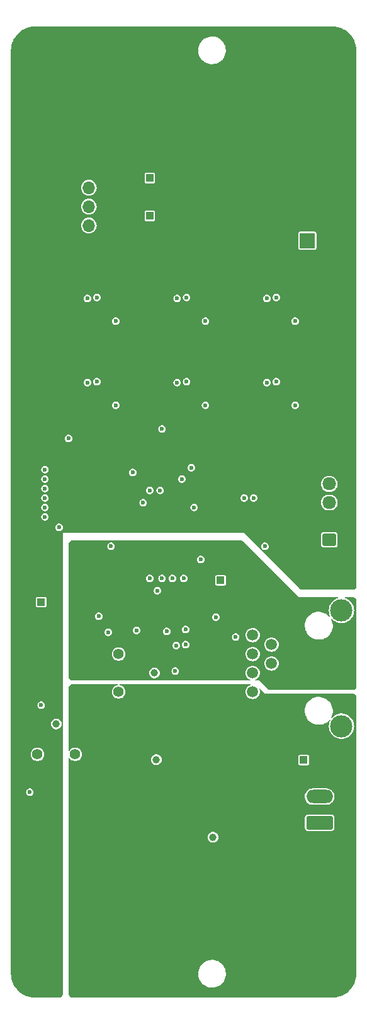
<source format=gbr>
%TF.GenerationSoftware,KiCad,Pcbnew,7.0.10*%
%TF.CreationDate,2024-04-30T16:54:10+09:00*%
%TF.ProjectId,Panel_board,50616e65-6c5f-4626-9f61-72642e6b6963,rev?*%
%TF.SameCoordinates,Original*%
%TF.FileFunction,Copper,L2,Inr*%
%TF.FilePolarity,Positive*%
%FSLAX46Y46*%
G04 Gerber Fmt 4.6, Leading zero omitted, Abs format (unit mm)*
G04 Created by KiCad (PCBNEW 7.0.10) date 2024-04-30 16:54:10*
%MOMM*%
%LPD*%
G01*
G04 APERTURE LIST*
G04 Aperture macros list*
%AMRoundRect*
0 Rectangle with rounded corners*
0 $1 Rounding radius*
0 $2 $3 $4 $5 $6 $7 $8 $9 X,Y pos of 4 corners*
0 Add a 4 corners polygon primitive as box body*
4,1,4,$2,$3,$4,$5,$6,$7,$8,$9,$2,$3,0*
0 Add four circle primitives for the rounded corners*
1,1,$1+$1,$2,$3*
1,1,$1+$1,$4,$5*
1,1,$1+$1,$6,$7*
1,1,$1+$1,$8,$9*
0 Add four rect primitives between the rounded corners*
20,1,$1+$1,$2,$3,$4,$5,0*
20,1,$1+$1,$4,$5,$6,$7,0*
20,1,$1+$1,$6,$7,$8,$9,0*
20,1,$1+$1,$8,$9,$2,$3,0*%
G04 Aperture macros list end*
%TA.AperFunction,ComponentPad*%
%ADD10R,1.000000X1.000000*%
%TD*%
%TA.AperFunction,ComponentPad*%
%ADD11RoundRect,0.250000X0.675000X-0.600000X0.675000X0.600000X-0.675000X0.600000X-0.675000X-0.600000X0*%
%TD*%
%TA.AperFunction,ComponentPad*%
%ADD12O,1.850000X1.700000*%
%TD*%
%TA.AperFunction,ComponentPad*%
%ADD13C,1.400000*%
%TD*%
%TA.AperFunction,ComponentPad*%
%ADD14RoundRect,0.250000X1.550000X-0.650000X1.550000X0.650000X-1.550000X0.650000X-1.550000X-0.650000X0*%
%TD*%
%TA.AperFunction,ComponentPad*%
%ADD15O,3.600000X1.800000*%
%TD*%
%TA.AperFunction,ComponentPad*%
%ADD16R,1.500000X1.500000*%
%TD*%
%TA.AperFunction,ComponentPad*%
%ADD17C,1.500000*%
%TD*%
%TA.AperFunction,ComponentPad*%
%ADD18C,3.000000*%
%TD*%
%TA.AperFunction,ComponentPad*%
%ADD19R,2.000000X2.000000*%
%TD*%
%TA.AperFunction,ComponentPad*%
%ADD20C,2.000000*%
%TD*%
%TA.AperFunction,ComponentPad*%
%ADD21R,1.700000X1.700000*%
%TD*%
%TA.AperFunction,ComponentPad*%
%ADD22O,1.700000X1.700000*%
%TD*%
%TA.AperFunction,ViaPad*%
%ADD23C,0.600000*%
%TD*%
%TA.AperFunction,ViaPad*%
%ADD24C,1.000000*%
%TD*%
G04 APERTURE END LIST*
D10*
%TO.N,/SDA*%
%TO.C,TP8*%
X-8382000Y-22225000D03*
%TD*%
D11*
%TO.N,+5VA*%
%TO.C,J2*%
X15765000Y-65726000D03*
D12*
%TO.N,GND*%
X15765000Y-63226000D03*
%TO.N,/A-*%
X15765000Y-60726000D03*
%TO.N,/A+*%
X15765000Y-58226000D03*
%TD*%
D13*
%TO.N,GNDPWR*%
%TO.C,U1*%
X-15875000Y-94533000D03*
%TO.N,Net-(U1-+Vin)*%
X-18415000Y-94533000D03*
%TO.N,GND*%
X-20955000Y-94533000D03*
%TO.N,Net-(U1-+Vout)*%
X-23495000Y-94533000D03*
%TD*%
D14*
%TO.N,Net-(J1-Pin_1)*%
%TO.C,J1*%
X14466500Y-103721000D03*
D15*
%TO.N,Net-(D1-K)*%
X14466500Y-100221000D03*
%TD*%
D16*
%TO.N,GNDPWR*%
%TO.C,J11*%
X8001000Y-87421000D03*
D17*
%TO.N,Net-(C19-Pad1)*%
X5461000Y-86151000D03*
%TO.N,/Communication/5V_Comm_GND*%
X8001000Y-84881000D03*
%TO.N,/Communication/H_INT*%
X5461000Y-83611000D03*
%TO.N,/Communication/RFID_TX*%
X8001000Y-82341000D03*
%TO.N,/Communication/RFID_RX*%
X5461000Y-81071000D03*
%TO.N,/Communication/H_SDA*%
X8001000Y-79801000D03*
%TO.N,/Communication/H_SCL*%
X5461000Y-78531000D03*
D18*
%TO.N,N/C*%
X17401000Y-90746000D03*
X17401000Y-75206000D03*
%TD*%
D10*
%TO.N,GNDPWR*%
%TO.C,TP6*%
X17399000Y-95295000D03*
%TD*%
%TO.N,+5V*%
%TO.C,TP1*%
X-22987000Y-74086000D03*
%TD*%
%TO.N,/SCL*%
%TO.C,TP7*%
X-8382000Y-17145000D03*
%TD*%
%TO.N,/Communication/5V_Comm_GND*%
%TO.C,TP4*%
X6223000Y-71165000D03*
%TD*%
D19*
%TO.N,Net-(BZ1--)*%
%TO.C,BZ1*%
X12827000Y-25562000D03*
D20*
%TO.N,GND*%
X12827000Y-17962000D03*
%TD*%
D21*
%TO.N,GND*%
%TO.C,J3*%
X-16580000Y-26070000D03*
D22*
%TO.N,+5V*%
X-16580000Y-23530000D03*
%TO.N,/SDA*%
X-16580000Y-20990000D03*
%TO.N,/SCL*%
X-16580000Y-18450000D03*
%TD*%
D13*
%TO.N,GNDPWR*%
%TO.C,U8*%
X-12573000Y-88691000D03*
%TO.N,Net-(U8-+Vin)*%
X-12573000Y-86151000D03*
%TO.N,/Communication/5V_Comm_GND*%
X-12573000Y-83611000D03*
%TO.N,Net-(U8-+Vout)*%
X-12573000Y-81071000D03*
%TD*%
D10*
%TO.N,/Communication/5V_Comm*%
%TO.C,TP3*%
X1143000Y-71165000D03*
%TD*%
%TO.N,+12V*%
%TO.C,TP5*%
X12319000Y-95295000D03*
%TD*%
%TO.N,GND*%
%TO.C,TP2*%
X-22987000Y-79166000D03*
%TD*%
D23*
%TO.N,+5V*%
X-10668000Y-56687000D03*
D24*
X-20955000Y-90469000D03*
D23*
X-889000Y-36367000D03*
X-4064000Y-57576000D03*
X-3429000Y-33192000D03*
X-22987000Y-87929000D03*
X11176000Y-47670000D03*
X-2413000Y-61386000D03*
X-19304000Y-52115000D03*
X-12954000Y-47670000D03*
X-889000Y-47670000D03*
X-3429000Y-44495000D03*
X8636000Y-44495000D03*
X-15494000Y-33192000D03*
X7112000Y-66593000D03*
X11176000Y-36367000D03*
X-9271000Y-60751000D03*
X8636000Y-33192000D03*
X-15494000Y-44495000D03*
X-12954000Y-36367000D03*
D24*
%TO.N,+12V*%
X-7493000Y-95250000D03*
X127000Y-105664000D03*
D23*
%TO.N,GND*%
X-5715000Y-58420000D03*
X-5969000Y-33274000D03*
X-17653000Y-53848000D03*
X4826000Y-21717000D03*
X-18034000Y-44577000D03*
X6096000Y-33274000D03*
X6477000Y-20066000D03*
X6096000Y-44577000D03*
X-5969000Y-44577000D03*
X-6858000Y-19685000D03*
X-18034000Y-33274000D03*
%TO.N,/H_INT*%
X-2794000Y-56052000D03*
X-20574000Y-64053000D03*
%TO.N,/PWR_USB*%
X-6731000Y-50845000D03*
X-24511000Y-99613000D03*
%TO.N,/SCL*%
X4318000Y-60116000D03*
X-8382000Y-59100000D03*
%TO.N,/SDA*%
X5588000Y-60116000D03*
X-6985000Y-59100000D03*
%TO.N,/NET_L*%
X7366000Y-33319000D03*
X-22479000Y-58846000D03*
%TO.N,/TARE_L*%
X-22479000Y-57576000D03*
X-4699000Y-33319000D03*
%TO.N,/BTN1_L*%
X-16764000Y-33319000D03*
X-22479000Y-56306000D03*
%TO.N,/BTN2_L*%
X7366000Y-44622000D03*
X-22479000Y-62656000D03*
%TO.N,/BTN3_L*%
X-4699000Y-44622000D03*
X-22479000Y-61386000D03*
%TO.N,/BTN4_L*%
X-16764000Y-44622000D03*
X-22479000Y-60116000D03*
%TO.N,/Communication/5V_Comm*%
X508000Y-76118000D03*
X-1524000Y-68371000D03*
X-8382000Y-70911000D03*
X-4953000Y-83357000D03*
X3175000Y-78785000D03*
X-13589000Y-66593000D03*
X-10160000Y-77896000D03*
X-3810000Y-70911000D03*
D24*
X-7747000Y-83611000D03*
D23*
X-7366000Y-72562000D03*
D24*
%TO.N,GNDPWR*%
X1524000Y-102616000D03*
X889000Y-96139000D03*
X889000Y-85979000D03*
D23*
%TO.N,Net-(U2-SDA2)*%
X-4826000Y-79928000D03*
X-5334000Y-70911000D03*
%TO.N,/Communication/RFID_TX*%
X-13970000Y-78150000D03*
%TO.N,/Communication/RFID_RX*%
X-15240000Y-75991000D03*
%TO.N,/Communication/H_SDA*%
X-3556000Y-79801000D03*
%TO.N,/Communication/H_SCL*%
X-3556000Y-77769000D03*
%TO.N,Net-(U2-SCL2)*%
X-6096000Y-78023000D03*
X-6731000Y-70911000D03*
%TD*%
%TA.AperFunction,Conductor*%
%TO.N,GNDPWR*%
G36*
X-12674714Y-85153306D02*
G01*
X-12656408Y-85197500D01*
X-12674714Y-85241694D01*
X-12705914Y-85258634D01*
X-12852797Y-85289854D01*
X-12852814Y-85289860D01*
X-13025725Y-85366846D01*
X-13025734Y-85366851D01*
X-13175473Y-85475643D01*
X-13178871Y-85478112D01*
X-13305533Y-85618784D01*
X-13400179Y-85782716D01*
X-13400180Y-85782719D01*
X-13400181Y-85782721D01*
X-13454988Y-85951401D01*
X-13458674Y-85962744D01*
X-13478460Y-86151000D01*
X-13458674Y-86339256D01*
X-13400179Y-86519284D01*
X-13305533Y-86683216D01*
X-13178871Y-86823888D01*
X-13025730Y-86935151D01*
X-12852803Y-87012144D01*
X-12667646Y-87051500D01*
X-12478354Y-87051500D01*
X-12293202Y-87012145D01*
X-12293197Y-87012144D01*
X-12293188Y-87012140D01*
X-12293185Y-87012139D01*
X-12120274Y-86935153D01*
X-12120265Y-86935148D01*
X-11967129Y-86823888D01*
X-11967128Y-86823887D01*
X-11894901Y-86743671D01*
X-11840467Y-86683216D01*
X-11745821Y-86519284D01*
X-11745820Y-86519282D01*
X-11745818Y-86519278D01*
X-11687326Y-86339258D01*
X-11667540Y-86151000D01*
X-11687326Y-85962741D01*
X-11745818Y-85782721D01*
X-11840466Y-85618785D01*
X-11967128Y-85478112D01*
X-11967129Y-85478111D01*
X-12120265Y-85366851D01*
X-12120274Y-85366846D01*
X-12293185Y-85289860D01*
X-12293202Y-85289854D01*
X-12440086Y-85258634D01*
X-12479509Y-85231540D01*
X-12488226Y-85184506D01*
X-12461132Y-85145083D01*
X-12427092Y-85135000D01*
X5114593Y-85135000D01*
X5158787Y-85153306D01*
X5177093Y-85197500D01*
X5158787Y-85241694D01*
X5132738Y-85257307D01*
X5095499Y-85268604D01*
X5095498Y-85268604D01*
X5095493Y-85268606D01*
X4930380Y-85356860D01*
X4930374Y-85356864D01*
X4785643Y-85475643D01*
X4666864Y-85620374D01*
X4666860Y-85620380D01*
X4578606Y-85785493D01*
X4524252Y-85964670D01*
X4505901Y-86150999D01*
X4505901Y-86151000D01*
X4524252Y-86337329D01*
X4544780Y-86405000D01*
X4564145Y-86468838D01*
X4578606Y-86516506D01*
X4666860Y-86681619D01*
X4666864Y-86681625D01*
X4785643Y-86826357D01*
X4930375Y-86945136D01*
X4930377Y-86945137D01*
X4930380Y-86945139D01*
X5095493Y-87033393D01*
X5095499Y-87033396D01*
X5274669Y-87087747D01*
X5461000Y-87106099D01*
X5647331Y-87087747D01*
X5826501Y-87033396D01*
X5991625Y-86945136D01*
X6136357Y-86826357D01*
X6255136Y-86681625D01*
X6343396Y-86516501D01*
X6397747Y-86337331D01*
X6416099Y-86151000D01*
X6397747Y-85964669D01*
X6350900Y-85810237D01*
X6355589Y-85762635D01*
X6392566Y-85732288D01*
X6440171Y-85736977D01*
X6454903Y-85747903D01*
X7112000Y-86405000D01*
X18926906Y-86405000D01*
X18935064Y-86405535D01*
X19052252Y-86420963D01*
X19068012Y-86425186D01*
X19173397Y-86468838D01*
X19187527Y-86476996D01*
X19278025Y-86546438D01*
X19289561Y-86557974D01*
X19359003Y-86648472D01*
X19367161Y-86662602D01*
X19400742Y-86743671D01*
X19405500Y-86767589D01*
X19405500Y-123998370D01*
X19405414Y-124001641D01*
X19388281Y-124328547D01*
X19387598Y-124335053D01*
X19336641Y-124656788D01*
X19335280Y-124663187D01*
X19250978Y-124977804D01*
X19248957Y-124984026D01*
X19132222Y-125288129D01*
X19129561Y-125294105D01*
X18981686Y-125584329D01*
X18978415Y-125589995D01*
X18801007Y-125863178D01*
X18797166Y-125868464D01*
X18664205Y-126032659D01*
X18592173Y-126121611D01*
X18587795Y-126126472D01*
X18357472Y-126356795D01*
X18352610Y-126361173D01*
X18099464Y-126566166D01*
X18094178Y-126570007D01*
X17820995Y-126747415D01*
X17815329Y-126750686D01*
X17525105Y-126898561D01*
X17519129Y-126901222D01*
X17215026Y-127017957D01*
X17208804Y-127019978D01*
X16894187Y-127104280D01*
X16887788Y-127105641D01*
X16566053Y-127156598D01*
X16559547Y-127157281D01*
X16280345Y-127171914D01*
X16277074Y-127172000D01*
X-18799906Y-127172000D01*
X-18808064Y-127171465D01*
X-18925252Y-127156036D01*
X-18941012Y-127151813D01*
X-19046397Y-127108161D01*
X-19060527Y-127100003D01*
X-19151025Y-127030561D01*
X-19162561Y-127019025D01*
X-19232003Y-126928527D01*
X-19240161Y-126914397D01*
X-19283813Y-126809012D01*
X-19288036Y-126793252D01*
X-19303465Y-126676063D01*
X-19304000Y-126667905D01*
X-19304000Y-124067765D01*
X-1854212Y-124067765D01*
X-1824586Y-124337018D01*
X-1756072Y-124599088D01*
X-1650130Y-124848390D01*
X-1509018Y-125079610D01*
X-1335745Y-125287820D01*
X-1335735Y-125287828D01*
X-1335732Y-125287832D01*
X-1230759Y-125381888D01*
X-1134002Y-125468582D01*
X-908090Y-125618044D01*
X-662824Y-125733020D01*
X-403431Y-125811060D01*
X-135439Y-125850500D01*
X-135438Y-125850500D01*
X67628Y-125850500D01*
X67631Y-125850500D01*
X67634Y-125850499D01*
X67652Y-125850499D01*
X270147Y-125835678D01*
X270149Y-125835677D01*
X270156Y-125835677D01*
X534553Y-125776780D01*
X787558Y-125680014D01*
X1023777Y-125547441D01*
X1238177Y-125381888D01*
X1426186Y-125186881D01*
X1583799Y-124966579D01*
X1707656Y-124725675D01*
X1795118Y-124469305D01*
X1844319Y-124202933D01*
X1854212Y-123932235D01*
X1824586Y-123662982D01*
X1756072Y-123400912D01*
X1650130Y-123151610D01*
X1509018Y-122920390D01*
X1419743Y-122813115D01*
X1335746Y-122712181D01*
X1335732Y-122712167D01*
X1134011Y-122531425D01*
X1134004Y-122531420D01*
X1134002Y-122531418D01*
X1014807Y-122452559D01*
X908093Y-122381957D01*
X908091Y-122381956D01*
X766610Y-122315633D01*
X662824Y-122266980D01*
X662821Y-122266979D01*
X662819Y-122266978D01*
X403440Y-122188942D01*
X403426Y-122188939D01*
X135445Y-122149500D01*
X135439Y-122149500D01*
X-67631Y-122149500D01*
X-67652Y-122149500D01*
X-270147Y-122164321D01*
X-270155Y-122164322D01*
X-270156Y-122164323D01*
X-534553Y-122223220D01*
X-534554Y-122223220D01*
X-787559Y-122319986D01*
X-1023776Y-122452558D01*
X-1023777Y-122452559D01*
X-1238177Y-122618112D01*
X-1238179Y-122618114D01*
X-1238184Y-122618118D01*
X-1426182Y-122813115D01*
X-1426190Y-122813124D01*
X-1583795Y-123033414D01*
X-1583797Y-123033419D01*
X-1583799Y-123033421D01*
X-1707656Y-123274325D01*
X-1707657Y-123274328D01*
X-1707659Y-123274332D01*
X-1750842Y-123400912D01*
X-1795118Y-123530695D01*
X-1844319Y-123797067D01*
X-1854212Y-124067765D01*
X-19304000Y-124067765D01*
X-19304000Y-105664000D01*
X-578645Y-105664000D01*
X-558140Y-105832872D01*
X-497818Y-105991930D01*
X-401183Y-106131929D01*
X-273852Y-106244734D01*
X-123225Y-106323790D01*
X41944Y-106364500D01*
X41946Y-106364500D01*
X212054Y-106364500D01*
X212056Y-106364500D01*
X377225Y-106323790D01*
X527852Y-106244734D01*
X655183Y-106131929D01*
X751818Y-105991930D01*
X812140Y-105832872D01*
X832645Y-105664000D01*
X812140Y-105495128D01*
X751818Y-105336070D01*
X751817Y-105336068D01*
X655188Y-105196077D01*
X655181Y-105196069D01*
X527851Y-105083265D01*
X377226Y-105004210D01*
X212059Y-104963500D01*
X212056Y-104963500D01*
X41944Y-104963500D01*
X41940Y-104963500D01*
X-123226Y-105004210D01*
X-273851Y-105083265D01*
X-401181Y-105196069D01*
X-401188Y-105196077D01*
X-497817Y-105336068D01*
X-497818Y-105336070D01*
X-558140Y-105495128D01*
X-578645Y-105664000D01*
X-19304000Y-105664000D01*
X-19304000Y-104425262D01*
X12466000Y-104425262D01*
X12468853Y-104455696D01*
X12468854Y-104455701D01*
X12513707Y-104583882D01*
X12513707Y-104583883D01*
X12554028Y-104638516D01*
X12594350Y-104693150D01*
X12703618Y-104773793D01*
X12831801Y-104818646D01*
X12862234Y-104821500D01*
X12862238Y-104821500D01*
X16070762Y-104821500D01*
X16070766Y-104821500D01*
X16101199Y-104818646D01*
X16229382Y-104773793D01*
X16338650Y-104693150D01*
X16419293Y-104583882D01*
X16464146Y-104455699D01*
X16467000Y-104425266D01*
X16467000Y-103016734D01*
X16464146Y-102986301D01*
X16419293Y-102858118D01*
X16338650Y-102748850D01*
X16229382Y-102668207D01*
X16101201Y-102623354D01*
X16101196Y-102623353D01*
X16081199Y-102621478D01*
X16070766Y-102620500D01*
X12862234Y-102620500D01*
X12852624Y-102621401D01*
X12831803Y-102623353D01*
X12831798Y-102623354D01*
X12703617Y-102668207D01*
X12703616Y-102668207D01*
X12594350Y-102748850D01*
X12513707Y-102858116D01*
X12513707Y-102858117D01*
X12468854Y-102986298D01*
X12468853Y-102986303D01*
X12466000Y-103016737D01*
X12466000Y-104425262D01*
X-19304000Y-104425262D01*
X-19304000Y-100168398D01*
X12462245Y-100168398D01*
X12472245Y-100378324D01*
X12472245Y-100378330D01*
X12497306Y-100481629D01*
X12521796Y-100582576D01*
X12609104Y-100773753D01*
X12609105Y-100773754D01*
X12731011Y-100944949D01*
X12731013Y-100944951D01*
X12731014Y-100944952D01*
X12883122Y-101089986D01*
X12883124Y-101089987D01*
X12883127Y-101089990D01*
X13059922Y-101203610D01*
X13059925Y-101203611D01*
X13059928Y-101203613D01*
X13169093Y-101247316D01*
X13255037Y-101281723D01*
X13255040Y-101281724D01*
X13255043Y-101281725D01*
X13461415Y-101321500D01*
X13461417Y-101321500D01*
X15418916Y-101321500D01*
X15418925Y-101321500D01*
X15575718Y-101306528D01*
X15777375Y-101247316D01*
X15964182Y-101151011D01*
X16129386Y-101021092D01*
X16267019Y-100862256D01*
X16372104Y-100680244D01*
X16440844Y-100481633D01*
X16470754Y-100273602D01*
X16460754Y-100063670D01*
X16411204Y-99859424D01*
X16323896Y-99668247D01*
X16260871Y-99579740D01*
X16201988Y-99497050D01*
X16122132Y-99420908D01*
X16049878Y-99352014D01*
X16049875Y-99352012D01*
X16049872Y-99352009D01*
X15873077Y-99238389D01*
X15677962Y-99160276D01*
X15677959Y-99160275D01*
X15549267Y-99135472D01*
X15471585Y-99120500D01*
X13514075Y-99120500D01*
X13514074Y-99120500D01*
X13357280Y-99135472D01*
X13155624Y-99194683D01*
X12968821Y-99290987D01*
X12968810Y-99290994D01*
X12803613Y-99420908D01*
X12803612Y-99420909D01*
X12665983Y-99579740D01*
X12665983Y-99579741D01*
X12560896Y-99761755D01*
X12492155Y-99960370D01*
X12462245Y-100168398D01*
X-19304000Y-100168398D01*
X-19304000Y-95027460D01*
X-19285694Y-94983266D01*
X-19241500Y-94964960D01*
X-19197306Y-94983266D01*
X-19187375Y-94996207D01*
X-19147533Y-95065216D01*
X-19020871Y-95205888D01*
X-18867730Y-95317151D01*
X-18694803Y-95394144D01*
X-18509646Y-95433500D01*
X-18320354Y-95433500D01*
X-18251525Y-95418870D01*
X-18135197Y-95394144D01*
X-18135188Y-95394140D01*
X-18135185Y-95394139D01*
X-17962274Y-95317153D01*
X-17962265Y-95317148D01*
X-17869848Y-95250003D01*
X-8198645Y-95250003D01*
X-8178141Y-95418864D01*
X-8178140Y-95418872D01*
X-8117818Y-95577930D01*
X-8021183Y-95717929D01*
X-7893852Y-95830734D01*
X-7743225Y-95909790D01*
X-7578056Y-95950500D01*
X-7578054Y-95950500D01*
X-7407946Y-95950500D01*
X-7407944Y-95950500D01*
X-7242775Y-95909790D01*
X-7092148Y-95830734D01*
X-7074103Y-95814748D01*
X11618500Y-95814748D01*
X11630132Y-95873230D01*
X11630133Y-95873232D01*
X11674447Y-95939552D01*
X11740767Y-95983866D01*
X11740769Y-95983867D01*
X11799252Y-95995500D01*
X12838748Y-95995500D01*
X12897231Y-95983867D01*
X12963552Y-95939552D01*
X13007867Y-95873231D01*
X13019500Y-95814748D01*
X13019500Y-94775252D01*
X13007867Y-94716769D01*
X13007866Y-94716767D01*
X12963552Y-94650447D01*
X12897232Y-94606133D01*
X12897230Y-94606132D01*
X12838748Y-94594500D01*
X11799252Y-94594500D01*
X11740769Y-94606132D01*
X11740767Y-94606133D01*
X11674447Y-94650447D01*
X11630133Y-94716767D01*
X11630132Y-94716769D01*
X11618500Y-94775251D01*
X11618500Y-95814748D01*
X-7074103Y-95814748D01*
X-6964817Y-95717929D01*
X-6964816Y-95717928D01*
X-6964811Y-95717922D01*
X-6868182Y-95577931D01*
X-6807859Y-95418870D01*
X-6807858Y-95418864D01*
X-6787355Y-95250003D01*
X-6787355Y-95249996D01*
X-6807858Y-95081135D01*
X-6807859Y-95081129D01*
X-6868182Y-94922068D01*
X-6964811Y-94782077D01*
X-6964818Y-94782069D01*
X-7092148Y-94669265D01*
X-7242773Y-94590210D01*
X-7407940Y-94549500D01*
X-7407944Y-94549500D01*
X-7578056Y-94549500D01*
X-7578059Y-94549500D01*
X-7743226Y-94590210D01*
X-7893851Y-94669265D01*
X-8021181Y-94782069D01*
X-8021188Y-94782077D01*
X-8117817Y-94922068D01*
X-8117818Y-94922070D01*
X-8172104Y-95065214D01*
X-8178140Y-95081129D01*
X-8178141Y-95081135D01*
X-8198645Y-95249996D01*
X-8198645Y-95250003D01*
X-17869848Y-95250003D01*
X-17809129Y-95205888D01*
X-17809128Y-95205887D01*
X-17696801Y-95081135D01*
X-17682467Y-95065216D01*
X-17587821Y-94901284D01*
X-17587820Y-94901282D01*
X-17587818Y-94901278D01*
X-17529326Y-94721258D01*
X-17509540Y-94533000D01*
X-17529326Y-94344741D01*
X-17587818Y-94164721D01*
X-17682466Y-94000785D01*
X-17809128Y-93860112D01*
X-17809129Y-93860111D01*
X-17962265Y-93748851D01*
X-17962274Y-93748846D01*
X-18135185Y-93671860D01*
X-18135202Y-93671854D01*
X-18320354Y-93632500D01*
X-18509646Y-93632500D01*
X-18694797Y-93671854D01*
X-18694814Y-93671860D01*
X-18867725Y-93748846D01*
X-18867734Y-93748851D01*
X-19020870Y-93860111D01*
X-19020871Y-93860112D01*
X-19147533Y-94000784D01*
X-19169331Y-94038539D01*
X-19187373Y-94069789D01*
X-19225324Y-94098909D01*
X-19272750Y-94092666D01*
X-19301870Y-94054715D01*
X-19304000Y-94038539D01*
X-19304000Y-88759676D01*
X12471737Y-88759676D01*
X12486810Y-88896661D01*
X12501764Y-89032571D01*
X12571204Y-89298182D01*
X12678577Y-89550852D01*
X12732261Y-89638816D01*
X12821596Y-89785198D01*
X12916133Y-89898795D01*
X12997209Y-89996218D01*
X12997213Y-89996222D01*
X12997221Y-89996230D01*
X13201678Y-90179424D01*
X13279161Y-90230685D01*
X13430641Y-90330904D01*
X13679221Y-90447433D01*
X13942119Y-90526527D01*
X14213731Y-90566500D01*
X14213732Y-90566500D01*
X14419544Y-90566500D01*
X14419547Y-90566500D01*
X14419550Y-90566499D01*
X14419568Y-90566499D01*
X14624796Y-90551478D01*
X14624798Y-90551477D01*
X14624805Y-90551477D01*
X14892775Y-90491784D01*
X15149198Y-90393711D01*
X15388609Y-90259347D01*
X15605904Y-90091557D01*
X15773325Y-89917905D01*
X15817176Y-89898795D01*
X15861697Y-89916291D01*
X15880808Y-89960143D01*
X15872446Y-89992533D01*
X15864609Y-90006108D01*
X15771489Y-90243369D01*
X15714778Y-90491841D01*
X15714778Y-90491843D01*
X15695732Y-90745996D01*
X15695732Y-90746003D01*
X15714778Y-91000156D01*
X15714778Y-91000158D01*
X15771489Y-91248630D01*
X15771492Y-91248637D01*
X15864607Y-91485888D01*
X15992041Y-91706612D01*
X15992043Y-91706615D01*
X15992047Y-91706621D01*
X16150943Y-91905869D01*
X16150946Y-91905872D01*
X16150950Y-91905877D01*
X16337783Y-92079232D01*
X16337788Y-92079235D01*
X16337791Y-92079238D01*
X16470802Y-92169922D01*
X16548366Y-92222805D01*
X16777996Y-92333389D01*
X16899769Y-92370951D01*
X17021534Y-92408511D01*
X17021537Y-92408511D01*
X17021542Y-92408513D01*
X17273565Y-92446500D01*
X17273571Y-92446500D01*
X17528429Y-92446500D01*
X17528435Y-92446500D01*
X17780458Y-92408513D01*
X17780463Y-92408511D01*
X17780466Y-92408511D01*
X17872033Y-92380265D01*
X18024004Y-92333389D01*
X18253634Y-92222805D01*
X18464217Y-92079232D01*
X18651050Y-91905877D01*
X18809959Y-91706612D01*
X18937393Y-91485888D01*
X19030508Y-91248637D01*
X19087222Y-91000157D01*
X19106268Y-90746000D01*
X19087222Y-90491843D01*
X19050489Y-90330904D01*
X19030510Y-90243369D01*
X19030508Y-90243363D01*
X18937393Y-90006112D01*
X18809959Y-89785388D01*
X18809954Y-89785382D01*
X18809952Y-89785378D01*
X18651056Y-89586130D01*
X18651053Y-89586127D01*
X18651050Y-89586123D01*
X18464217Y-89412768D01*
X18464211Y-89412764D01*
X18464208Y-89412761D01*
X18253634Y-89269195D01*
X18024004Y-89158611D01*
X18024001Y-89158610D01*
X18023999Y-89158609D01*
X18023995Y-89158608D01*
X17780465Y-89083488D01*
X17780466Y-89083488D01*
X17634976Y-89061558D01*
X17528435Y-89045500D01*
X17273565Y-89045500D01*
X17021533Y-89083488D01*
X16778004Y-89158608D01*
X16778000Y-89158609D01*
X16548365Y-89269195D01*
X16337791Y-89412761D01*
X16150948Y-89586124D01*
X16116819Y-89628921D01*
X16074952Y-89652059D01*
X16028986Y-89638816D01*
X16005848Y-89596949D01*
X16012370Y-89561377D01*
X16081727Y-89426479D01*
X16170370Y-89166646D01*
X16220236Y-88896674D01*
X16230262Y-88622320D01*
X16200236Y-88349429D01*
X16130796Y-88083818D01*
X16023423Y-87831148D01*
X15880405Y-87596804D01*
X15704791Y-87385782D01*
X15704785Y-87385777D01*
X15704778Y-87385769D01*
X15500321Y-87202575D01*
X15326757Y-87087747D01*
X15271359Y-87051096D01*
X15022779Y-86934567D01*
X15022776Y-86934566D01*
X15022777Y-86934566D01*
X14759890Y-86855475D01*
X14759876Y-86855472D01*
X14488275Y-86815500D01*
X14488269Y-86815500D01*
X14282453Y-86815500D01*
X14282431Y-86815500D01*
X14077203Y-86830521D01*
X13809225Y-86890216D01*
X13809223Y-86890216D01*
X13552800Y-86988289D01*
X13313390Y-87122653D01*
X13096093Y-87290445D01*
X12905542Y-87488088D01*
X12905541Y-87488089D01*
X12745807Y-87711358D01*
X12745804Y-87711362D01*
X12620269Y-87955528D01*
X12531634Y-88215340D01*
X12531628Y-88215360D01*
X12481765Y-88485317D01*
X12481763Y-88485338D01*
X12471737Y-88759676D01*
X-19304000Y-88759676D01*
X-19304000Y-85639094D01*
X-19303465Y-85630936D01*
X-19288036Y-85513747D01*
X-19283813Y-85497987D01*
X-19240161Y-85392602D01*
X-19232003Y-85378472D01*
X-19162561Y-85287974D01*
X-19151025Y-85276438D01*
X-19060527Y-85206996D01*
X-19046397Y-85198838D01*
X-18941012Y-85155186D01*
X-18925252Y-85150963D01*
X-18808064Y-85135535D01*
X-18799906Y-85135000D01*
X-12718908Y-85135000D01*
X-12674714Y-85153306D01*
G37*
%TD.AperFunction*%
%TD*%
%TA.AperFunction,Conductor*%
%TO.N,/Communication/5V_Comm_GND*%
G36*
X3860957Y-65831535D02*
G01*
X3978145Y-65846963D01*
X3993905Y-65851186D01*
X4099288Y-65894837D01*
X4113418Y-65902994D01*
X4207202Y-65974957D01*
X4213348Y-65980348D01*
X11684000Y-73451000D01*
X16906716Y-73451000D01*
X16950910Y-73469306D01*
X16969216Y-73513500D01*
X16950910Y-73557694D01*
X16925138Y-73573223D01*
X16778004Y-73618608D01*
X16778000Y-73618609D01*
X16548365Y-73729195D01*
X16337791Y-73872761D01*
X16150948Y-74046125D01*
X16150943Y-74046130D01*
X15992047Y-74245378D01*
X15864608Y-74466109D01*
X15771489Y-74703369D01*
X15714778Y-74951841D01*
X15714778Y-74951843D01*
X15695732Y-75205996D01*
X15695732Y-75206003D01*
X15714778Y-75460156D01*
X15714778Y-75460158D01*
X15771489Y-75708630D01*
X15864608Y-75945890D01*
X15879569Y-75971803D01*
X15885812Y-76019229D01*
X15856692Y-76057180D01*
X15809266Y-76063423D01*
X15777402Y-76043033D01*
X15757592Y-76019229D01*
X15704791Y-75955782D01*
X15704785Y-75955777D01*
X15704778Y-75955769D01*
X15500321Y-75772575D01*
X15345355Y-75670051D01*
X15271359Y-75621096D01*
X15022779Y-75504567D01*
X15022776Y-75504566D01*
X15022777Y-75504566D01*
X14759890Y-75425475D01*
X14759876Y-75425472D01*
X14488275Y-75385500D01*
X14488269Y-75385500D01*
X14282453Y-75385500D01*
X14282431Y-75385500D01*
X14077203Y-75400521D01*
X13809225Y-75460216D01*
X13809223Y-75460216D01*
X13552800Y-75558289D01*
X13313390Y-75692653D01*
X13096093Y-75860445D01*
X12905542Y-76058088D01*
X12905541Y-76058089D01*
X12745807Y-76281358D01*
X12745804Y-76281362D01*
X12620269Y-76525528D01*
X12531634Y-76785340D01*
X12531628Y-76785360D01*
X12481765Y-77055317D01*
X12481763Y-77055338D01*
X12471737Y-77329676D01*
X12500849Y-77594253D01*
X12501764Y-77602571D01*
X12571204Y-77868182D01*
X12678577Y-78120852D01*
X12799705Y-78319329D01*
X12821596Y-78355198D01*
X12922091Y-78475954D01*
X12997209Y-78566218D01*
X12997213Y-78566222D01*
X12997221Y-78566230D01*
X13201678Y-78749424D01*
X13255452Y-78785000D01*
X13430641Y-78900904D01*
X13679221Y-79017433D01*
X13942119Y-79096527D01*
X14213731Y-79136500D01*
X14213732Y-79136500D01*
X14419544Y-79136500D01*
X14419547Y-79136500D01*
X14419550Y-79136499D01*
X14419568Y-79136499D01*
X14624796Y-79121478D01*
X14624798Y-79121477D01*
X14624805Y-79121477D01*
X14892775Y-79061784D01*
X15149198Y-78963711D01*
X15388609Y-78829347D01*
X15605904Y-78661557D01*
X15796454Y-78463916D01*
X15956196Y-78240637D01*
X16081727Y-77996479D01*
X16170370Y-77736646D01*
X16220236Y-77466674D01*
X16230262Y-77192320D01*
X16200236Y-76919429D01*
X16130796Y-76653818D01*
X16024905Y-76404637D01*
X16024469Y-76356806D01*
X16057984Y-76322673D01*
X16105817Y-76322236D01*
X16131291Y-76341225D01*
X16143716Y-76356806D01*
X16150947Y-76365874D01*
X16150950Y-76365877D01*
X16337783Y-76539232D01*
X16337788Y-76539235D01*
X16337791Y-76539238D01*
X16454046Y-76618499D01*
X16548366Y-76682805D01*
X16777996Y-76793389D01*
X16899769Y-76830951D01*
X17021534Y-76868511D01*
X17021537Y-76868511D01*
X17021542Y-76868513D01*
X17273565Y-76906500D01*
X17273571Y-76906500D01*
X17528429Y-76906500D01*
X17528435Y-76906500D01*
X17780458Y-76868513D01*
X17780463Y-76868511D01*
X17780466Y-76868511D01*
X17872033Y-76840265D01*
X18024004Y-76793389D01*
X18253634Y-76682805D01*
X18464217Y-76539232D01*
X18651050Y-76365877D01*
X18809959Y-76166612D01*
X18937393Y-75945888D01*
X19030508Y-75708637D01*
X19034157Y-75692653D01*
X19064824Y-75558289D01*
X19087222Y-75460157D01*
X19106268Y-75206000D01*
X19087222Y-74951843D01*
X19060967Y-74836813D01*
X19030510Y-74703369D01*
X19030508Y-74703363D01*
X18937393Y-74466112D01*
X18809959Y-74245388D01*
X18809954Y-74245382D01*
X18809952Y-74245378D01*
X18651056Y-74046130D01*
X18651053Y-74046127D01*
X18651050Y-74046123D01*
X18464217Y-73872768D01*
X18464211Y-73872764D01*
X18464208Y-73872761D01*
X18253634Y-73729195D01*
X18181531Y-73694472D01*
X18024004Y-73618611D01*
X18024001Y-73618610D01*
X18023999Y-73618609D01*
X18023995Y-73618608D01*
X17876862Y-73573223D01*
X17840027Y-73542704D01*
X17835561Y-73495078D01*
X17866080Y-73458243D01*
X17895284Y-73451000D01*
X18926906Y-73451000D01*
X18935064Y-73451535D01*
X19052252Y-73466963D01*
X19068012Y-73471186D01*
X19173397Y-73514838D01*
X19187527Y-73522996D01*
X19278025Y-73592438D01*
X19289561Y-73603974D01*
X19359003Y-73694472D01*
X19367161Y-73708602D01*
X19400742Y-73789671D01*
X19405500Y-73813589D01*
X19405500Y-85534407D01*
X19400742Y-85558325D01*
X19367159Y-85639400D01*
X19359001Y-85653530D01*
X19289561Y-85744025D01*
X19278025Y-85755561D01*
X19187527Y-85825003D01*
X19173397Y-85833161D01*
X19068012Y-85876813D01*
X19052252Y-85881036D01*
X18935064Y-85896465D01*
X18926906Y-85897000D01*
X7831201Y-85897000D01*
X7823043Y-85896465D01*
X7705854Y-85881036D01*
X7690094Y-85876813D01*
X7584711Y-85833162D01*
X7570581Y-85825005D01*
X7476797Y-85753042D01*
X7470651Y-85747651D01*
X6496448Y-84773448D01*
X6496447Y-84773447D01*
X6350000Y-84627000D01*
X6142899Y-84627000D01*
X5807407Y-84627000D01*
X5763213Y-84608694D01*
X5744907Y-84564500D01*
X5763213Y-84520306D01*
X5789261Y-84504692D01*
X5826501Y-84493396D01*
X5991625Y-84405136D01*
X6136357Y-84286357D01*
X6255136Y-84141625D01*
X6343396Y-83976501D01*
X6397747Y-83797331D01*
X6416099Y-83611000D01*
X6397747Y-83424669D01*
X6343396Y-83245499D01*
X6331580Y-83223393D01*
X6255139Y-83080380D01*
X6255135Y-83080374D01*
X6214012Y-83030266D01*
X6136357Y-82935643D01*
X5991625Y-82816864D01*
X5991619Y-82816860D01*
X5826506Y-82728606D01*
X5826503Y-82728605D01*
X5826501Y-82728604D01*
X5727723Y-82698640D01*
X5647329Y-82674252D01*
X5461000Y-82655901D01*
X5274670Y-82674252D01*
X5132267Y-82717450D01*
X5095499Y-82728604D01*
X5095498Y-82728604D01*
X5095493Y-82728606D01*
X4930380Y-82816860D01*
X4930374Y-82816864D01*
X4785643Y-82935643D01*
X4666864Y-83080374D01*
X4666860Y-83080380D01*
X4578606Y-83245493D01*
X4524252Y-83424670D01*
X4505901Y-83610999D01*
X4505901Y-83611000D01*
X4524252Y-83797329D01*
X4578606Y-83976506D01*
X4666860Y-84141619D01*
X4666864Y-84141625D01*
X4785643Y-84286357D01*
X4930375Y-84405136D01*
X4930377Y-84405137D01*
X4930380Y-84405139D01*
X5095493Y-84493393D01*
X5095499Y-84493396D01*
X5132737Y-84504692D01*
X5169713Y-84535038D01*
X5174402Y-84582643D01*
X5144055Y-84619620D01*
X5114593Y-84627000D01*
X-18799906Y-84627000D01*
X-18808064Y-84626465D01*
X-18925252Y-84611036D01*
X-18941012Y-84606813D01*
X-19046397Y-84563161D01*
X-19060527Y-84555003D01*
X-19151025Y-84485561D01*
X-19162561Y-84474025D01*
X-19232003Y-84383527D01*
X-19240161Y-84369397D01*
X-19283813Y-84264012D01*
X-19288036Y-84248252D01*
X-19303465Y-84131063D01*
X-19304000Y-84122905D01*
X-19304000Y-83611003D01*
X-8452645Y-83611003D01*
X-8432141Y-83779864D01*
X-8432140Y-83779872D01*
X-8371818Y-83938930D01*
X-8275183Y-84078929D01*
X-8147852Y-84191734D01*
X-7997225Y-84270790D01*
X-7832056Y-84311500D01*
X-7832054Y-84311500D01*
X-7661946Y-84311500D01*
X-7661944Y-84311500D01*
X-7496775Y-84270790D01*
X-7346148Y-84191734D01*
X-7218817Y-84078929D01*
X-7218816Y-84078928D01*
X-7218811Y-84078922D01*
X-7122182Y-83938931D01*
X-7061859Y-83779870D01*
X-7061858Y-83779864D01*
X-7041355Y-83611003D01*
X-7041355Y-83610996D01*
X-7061858Y-83442135D01*
X-7061859Y-83442129D01*
X-7094144Y-83357000D01*
X-5458647Y-83357000D01*
X-5438165Y-83499457D01*
X-5378377Y-83630373D01*
X-5284128Y-83739143D01*
X-5163053Y-83816953D01*
X-5024962Y-83857499D01*
X-5024962Y-83857500D01*
X-5024961Y-83857500D01*
X-4881038Y-83857500D01*
X-4881036Y-83857499D01*
X-4742950Y-83816954D01*
X-4742949Y-83816953D01*
X-4742947Y-83816953D01*
X-4621872Y-83739143D01*
X-4621871Y-83739142D01*
X-4527623Y-83630374D01*
X-4527623Y-83630372D01*
X-4467834Y-83499455D01*
X-4447353Y-83357000D01*
X-4467834Y-83214544D01*
X-4527623Y-83083627D01*
X-4527623Y-83083625D01*
X-4621871Y-82974857D01*
X-4742950Y-82897045D01*
X-4881037Y-82856500D01*
X-4881039Y-82856500D01*
X-5024961Y-82856500D01*
X-5024963Y-82856500D01*
X-5163049Y-82897045D01*
X-5163051Y-82897046D01*
X-5163053Y-82897047D01*
X-5247332Y-82951210D01*
X-5284128Y-82974857D01*
X-5378376Y-83083625D01*
X-5378377Y-83083627D01*
X-5438165Y-83214543D01*
X-5458647Y-83357000D01*
X-7094144Y-83357000D01*
X-7122182Y-83283068D01*
X-7218811Y-83143077D01*
X-7218818Y-83143069D01*
X-7346148Y-83030265D01*
X-7496773Y-82951210D01*
X-7661940Y-82910500D01*
X-7661944Y-82910500D01*
X-7832056Y-82910500D01*
X-7832059Y-82910500D01*
X-7997226Y-82951210D01*
X-8147851Y-83030265D01*
X-8275181Y-83143069D01*
X-8275188Y-83143077D01*
X-8368144Y-83277747D01*
X-8371818Y-83283070D01*
X-8425518Y-83424669D01*
X-8432140Y-83442129D01*
X-8432141Y-83442135D01*
X-8452645Y-83610996D01*
X-8452645Y-83611003D01*
X-19304000Y-83611003D01*
X-19304000Y-82341000D01*
X7045901Y-82341000D01*
X7064252Y-82527329D01*
X7064253Y-82527331D01*
X7108821Y-82674252D01*
X7118606Y-82706506D01*
X7206860Y-82871619D01*
X7206864Y-82871625D01*
X7325643Y-83016357D01*
X7470375Y-83135136D01*
X7470377Y-83135137D01*
X7470380Y-83135139D01*
X7618936Y-83214543D01*
X7635499Y-83223396D01*
X7814669Y-83277747D01*
X8001000Y-83296099D01*
X8187331Y-83277747D01*
X8366501Y-83223396D01*
X8531625Y-83135136D01*
X8676357Y-83016357D01*
X8795136Y-82871625D01*
X8883396Y-82706501D01*
X8937747Y-82527331D01*
X8956099Y-82341000D01*
X8937747Y-82154669D01*
X8883396Y-81975499D01*
X8860223Y-81932145D01*
X8795139Y-81810380D01*
X8795135Y-81810374D01*
X8676357Y-81665643D01*
X8531625Y-81546864D01*
X8531619Y-81546860D01*
X8366506Y-81458606D01*
X8366503Y-81458605D01*
X8366501Y-81458604D01*
X8267723Y-81428640D01*
X8187329Y-81404252D01*
X8001000Y-81385901D01*
X7814670Y-81404252D01*
X7699188Y-81439284D01*
X7635499Y-81458604D01*
X7635498Y-81458604D01*
X7635493Y-81458606D01*
X7470380Y-81546860D01*
X7470374Y-81546864D01*
X7325643Y-81665643D01*
X7206864Y-81810374D01*
X7206860Y-81810380D01*
X7118606Y-81975493D01*
X7064252Y-82154670D01*
X7045901Y-82340999D01*
X7045901Y-82341000D01*
X-19304000Y-82341000D01*
X-19304000Y-81071000D01*
X-13478460Y-81071000D01*
X-13458674Y-81259256D01*
X-13400179Y-81439284D01*
X-13305533Y-81603216D01*
X-13178871Y-81743888D01*
X-13025730Y-81855151D01*
X-12852803Y-81932144D01*
X-12667646Y-81971500D01*
X-12478354Y-81971500D01*
X-12293202Y-81932145D01*
X-12293197Y-81932144D01*
X-12293188Y-81932140D01*
X-12293185Y-81932139D01*
X-12120274Y-81855153D01*
X-12120265Y-81855148D01*
X-11967129Y-81743888D01*
X-11967128Y-81743887D01*
X-11896677Y-81665643D01*
X-11840467Y-81603216D01*
X-11745821Y-81439284D01*
X-11745820Y-81439282D01*
X-11745818Y-81439278D01*
X-11687326Y-81259258D01*
X-11667540Y-81071000D01*
X4505901Y-81071000D01*
X4524252Y-81257329D01*
X4548640Y-81337723D01*
X4568821Y-81404252D01*
X4578606Y-81436506D01*
X4666860Y-81601619D01*
X4666864Y-81601625D01*
X4785643Y-81746357D01*
X4930375Y-81865136D01*
X4930377Y-81865137D01*
X4930380Y-81865139D01*
X5095493Y-81953393D01*
X5095499Y-81953396D01*
X5274669Y-82007747D01*
X5461000Y-82026099D01*
X5647331Y-82007747D01*
X5826501Y-81953396D01*
X5991625Y-81865136D01*
X6136357Y-81746357D01*
X6255136Y-81601625D01*
X6343396Y-81436501D01*
X6397747Y-81257331D01*
X6416099Y-81071000D01*
X6397747Y-80884669D01*
X6343396Y-80705499D01*
X6341911Y-80702721D01*
X6255139Y-80540380D01*
X6255135Y-80540374D01*
X6253830Y-80538784D01*
X6136357Y-80395643D01*
X5991625Y-80276864D01*
X5991619Y-80276860D01*
X5826506Y-80188606D01*
X5826503Y-80188605D01*
X5826501Y-80188604D01*
X5727723Y-80158640D01*
X5647329Y-80134252D01*
X5461000Y-80115901D01*
X5274670Y-80134252D01*
X5155179Y-80170500D01*
X5095499Y-80188604D01*
X5095498Y-80188604D01*
X5095493Y-80188606D01*
X4930380Y-80276860D01*
X4930374Y-80276864D01*
X4785643Y-80395643D01*
X4666864Y-80540374D01*
X4666860Y-80540380D01*
X4578606Y-80705493D01*
X4524252Y-80884670D01*
X4505901Y-81070999D01*
X4505901Y-81071000D01*
X-11667540Y-81071000D01*
X-11687326Y-80882741D01*
X-11745818Y-80702721D01*
X-11840466Y-80538785D01*
X-11967128Y-80398112D01*
X-11967129Y-80398111D01*
X-12120265Y-80286851D01*
X-12120274Y-80286846D01*
X-12293185Y-80209860D01*
X-12293202Y-80209854D01*
X-12478354Y-80170500D01*
X-12667646Y-80170500D01*
X-12852797Y-80209854D01*
X-12852814Y-80209860D01*
X-13025725Y-80286846D01*
X-13025734Y-80286851D01*
X-13164890Y-80387954D01*
X-13178871Y-80398112D01*
X-13305533Y-80538784D01*
X-13400179Y-80702716D01*
X-13400180Y-80702719D01*
X-13400181Y-80702721D01*
X-13454988Y-80871401D01*
X-13458674Y-80882744D01*
X-13478460Y-81071000D01*
X-19304000Y-81071000D01*
X-19304000Y-79928000D01*
X-5331647Y-79928000D01*
X-5311165Y-80070457D01*
X-5251377Y-80201373D01*
X-5157128Y-80310143D01*
X-5036053Y-80387953D01*
X-4897962Y-80428499D01*
X-4897962Y-80428500D01*
X-4897961Y-80428500D01*
X-4754038Y-80428500D01*
X-4754036Y-80428499D01*
X-4615950Y-80387954D01*
X-4615949Y-80387953D01*
X-4615947Y-80387953D01*
X-4494872Y-80310143D01*
X-4487382Y-80301499D01*
X-4400623Y-80201374D01*
X-4400623Y-80201372D01*
X-4394792Y-80188606D01*
X-4340835Y-80070457D01*
X-4340834Y-80070455D01*
X-4320353Y-79928000D01*
X-4338612Y-79801000D01*
X-4061647Y-79801000D01*
X-4041165Y-79943457D01*
X-3981377Y-80074373D01*
X-3887128Y-80183143D01*
X-3766053Y-80260953D01*
X-3627962Y-80301499D01*
X-3627962Y-80301500D01*
X-3627961Y-80301500D01*
X-3484038Y-80301500D01*
X-3484036Y-80301499D01*
X-3434131Y-80286846D01*
X-3414993Y-80281226D01*
X-3345950Y-80260954D01*
X-3345949Y-80260953D01*
X-3345947Y-80260953D01*
X-3224872Y-80183143D01*
X-3210456Y-80166506D01*
X-3130623Y-80074374D01*
X-3130623Y-80074372D01*
X-3070834Y-79943455D01*
X-3050353Y-79801000D01*
X7045901Y-79801000D01*
X7064252Y-79987329D01*
X7064253Y-79987331D01*
X7108821Y-80134252D01*
X7118606Y-80166506D01*
X7206860Y-80331619D01*
X7206864Y-80331625D01*
X7325643Y-80476357D01*
X7470375Y-80595136D01*
X7470377Y-80595137D01*
X7470380Y-80595139D01*
X7635493Y-80683393D01*
X7635499Y-80683396D01*
X7814669Y-80737747D01*
X8001000Y-80756099D01*
X8187331Y-80737747D01*
X8366501Y-80683396D01*
X8531625Y-80595136D01*
X8676357Y-80476357D01*
X8795136Y-80331625D01*
X8883396Y-80166501D01*
X8937747Y-79987331D01*
X8956099Y-79801000D01*
X8937747Y-79614669D01*
X8883396Y-79435499D01*
X8883393Y-79435493D01*
X8795139Y-79270380D01*
X8795135Y-79270374D01*
X8774273Y-79244954D01*
X8676357Y-79125643D01*
X8531625Y-79006864D01*
X8531619Y-79006860D01*
X8366506Y-78918606D01*
X8366503Y-78918605D01*
X8366501Y-78918604D01*
X8267723Y-78888640D01*
X8187329Y-78864252D01*
X8001000Y-78845901D01*
X7814670Y-78864252D01*
X7672267Y-78907450D01*
X7635499Y-78918604D01*
X7635498Y-78918604D01*
X7635493Y-78918606D01*
X7470380Y-79006860D01*
X7470374Y-79006864D01*
X7325643Y-79125643D01*
X7206864Y-79270374D01*
X7206860Y-79270380D01*
X7118606Y-79435493D01*
X7064252Y-79614670D01*
X7045901Y-79800999D01*
X7045901Y-79801000D01*
X-3050353Y-79801000D01*
X-3070834Y-79658544D01*
X-3130623Y-79527627D01*
X-3130623Y-79527625D01*
X-3224871Y-79418857D01*
X-3345950Y-79341045D01*
X-3484037Y-79300500D01*
X-3484039Y-79300500D01*
X-3627961Y-79300500D01*
X-3627963Y-79300500D01*
X-3766049Y-79341045D01*
X-3766051Y-79341046D01*
X-3766053Y-79341047D01*
X-3878626Y-79413393D01*
X-3887128Y-79418857D01*
X-3981376Y-79527625D01*
X-3981377Y-79527627D01*
X-4041165Y-79658543D01*
X-4061647Y-79801000D01*
X-4338612Y-79801000D01*
X-4340834Y-79785544D01*
X-4400623Y-79654627D01*
X-4400623Y-79654625D01*
X-4494871Y-79545857D01*
X-4615950Y-79468045D01*
X-4754037Y-79427500D01*
X-4754039Y-79427500D01*
X-4897961Y-79427500D01*
X-4897963Y-79427500D01*
X-5036049Y-79468045D01*
X-5036051Y-79468046D01*
X-5036053Y-79468047D01*
X-5157128Y-79545857D01*
X-5251376Y-79654625D01*
X-5251377Y-79654627D01*
X-5311165Y-79785543D01*
X-5331647Y-79928000D01*
X-19304000Y-79928000D01*
X-19304000Y-78785000D01*
X2669353Y-78785000D01*
X2689834Y-78927455D01*
X2689835Y-78927457D01*
X2726099Y-79006864D01*
X2749623Y-79058372D01*
X2749623Y-79058374D01*
X2782683Y-79096527D01*
X2843872Y-79167143D01*
X2964947Y-79244953D01*
X3051544Y-79270380D01*
X3103036Y-79285499D01*
X3103038Y-79285500D01*
X3103039Y-79285500D01*
X3246962Y-79285500D01*
X3246962Y-79285499D01*
X3385053Y-79244953D01*
X3506128Y-79167143D01*
X3600377Y-79058373D01*
X3660165Y-78927457D01*
X3680647Y-78785000D01*
X3660165Y-78642543D01*
X3609224Y-78531000D01*
X4505901Y-78531000D01*
X4524252Y-78717329D01*
X4524253Y-78717331D01*
X4568821Y-78864252D01*
X4578606Y-78896506D01*
X4666860Y-79061619D01*
X4666864Y-79061625D01*
X4785643Y-79206357D01*
X4930375Y-79325136D01*
X4930377Y-79325137D01*
X4930380Y-79325139D01*
X5095493Y-79413393D01*
X5095499Y-79413396D01*
X5274669Y-79467747D01*
X5461000Y-79486099D01*
X5647331Y-79467747D01*
X5826501Y-79413396D01*
X5991625Y-79325136D01*
X6136357Y-79206357D01*
X6255136Y-79061625D01*
X6343396Y-78896501D01*
X6397747Y-78717331D01*
X6416099Y-78531000D01*
X6397747Y-78344669D01*
X6343396Y-78165499D01*
X6343374Y-78165457D01*
X6255139Y-78000380D01*
X6255135Y-78000374D01*
X6136357Y-77855643D01*
X5991625Y-77736864D01*
X5991619Y-77736860D01*
X5826506Y-77648606D01*
X5826503Y-77648605D01*
X5826501Y-77648604D01*
X5674752Y-77602571D01*
X5647329Y-77594252D01*
X5461000Y-77575901D01*
X5274670Y-77594252D01*
X5132267Y-77637450D01*
X5095499Y-77648604D01*
X5095498Y-77648604D01*
X5095493Y-77648606D01*
X4930380Y-77736860D01*
X4930374Y-77736864D01*
X4785643Y-77855643D01*
X4666864Y-78000374D01*
X4666860Y-78000380D01*
X4578606Y-78165493D01*
X4524252Y-78344670D01*
X4505901Y-78530999D01*
X4505901Y-78531000D01*
X3609224Y-78531000D01*
X3600377Y-78511627D01*
X3600376Y-78511625D01*
X3506128Y-78402857D01*
X3433145Y-78355954D01*
X3385053Y-78325047D01*
X3385051Y-78325046D01*
X3385049Y-78325045D01*
X3246963Y-78284500D01*
X3246961Y-78284500D01*
X3103039Y-78284500D01*
X3103037Y-78284500D01*
X2964950Y-78325045D01*
X2843871Y-78402857D01*
X2749623Y-78511625D01*
X2749623Y-78511627D01*
X2689834Y-78642544D01*
X2669353Y-78785000D01*
X-19304000Y-78785000D01*
X-19304000Y-78150000D01*
X-14475647Y-78150000D01*
X-14455165Y-78292457D01*
X-14395377Y-78423373D01*
X-14301128Y-78532143D01*
X-14180053Y-78609953D01*
X-14041962Y-78650499D01*
X-14041962Y-78650500D01*
X-14041961Y-78650500D01*
X-13898038Y-78650500D01*
X-13898036Y-78650499D01*
X-13759950Y-78609954D01*
X-13759949Y-78609953D01*
X-13759947Y-78609953D01*
X-13638872Y-78532143D01*
X-13638871Y-78532142D01*
X-13544623Y-78423374D01*
X-13544623Y-78423372D01*
X-13532350Y-78396500D01*
X-13484835Y-78292457D01*
X-13484834Y-78292455D01*
X-13464353Y-78150000D01*
X-13484834Y-78007544D01*
X-13535775Y-77896000D01*
X-10665647Y-77896000D01*
X-10645165Y-78038457D01*
X-10585377Y-78169373D01*
X-10491128Y-78278143D01*
X-10370053Y-78355953D01*
X-10231962Y-78396499D01*
X-10231962Y-78396500D01*
X-10231961Y-78396500D01*
X-10088038Y-78396500D01*
X-10088036Y-78396499D01*
X-9949950Y-78355954D01*
X-9949949Y-78355953D01*
X-9949947Y-78355953D01*
X-9828872Y-78278143D01*
X-9821382Y-78269499D01*
X-9734623Y-78169374D01*
X-9734623Y-78169372D01*
X-9674834Y-78038455D01*
X-9672612Y-78023000D01*
X-6601647Y-78023000D01*
X-6581165Y-78165457D01*
X-6521377Y-78296373D01*
X-6427128Y-78405143D01*
X-6306053Y-78482953D01*
X-6167962Y-78523499D01*
X-6167962Y-78523500D01*
X-6167961Y-78523500D01*
X-6024038Y-78523500D01*
X-6024036Y-78523499D01*
X-5885950Y-78482954D01*
X-5885949Y-78482953D01*
X-5885947Y-78482953D01*
X-5764872Y-78405143D01*
X-5757382Y-78396499D01*
X-5670623Y-78296374D01*
X-5670623Y-78296372D01*
X-5658350Y-78269500D01*
X-5610835Y-78165457D01*
X-5610834Y-78165455D01*
X-5590353Y-78023000D01*
X-5610834Y-77880544D01*
X-5661775Y-77769000D01*
X-4061647Y-77769000D01*
X-4041165Y-77911457D01*
X-3981377Y-78042373D01*
X-3887128Y-78151143D01*
X-3766053Y-78228953D01*
X-3627962Y-78269499D01*
X-3627962Y-78269500D01*
X-3627961Y-78269500D01*
X-3484038Y-78269500D01*
X-3484036Y-78269499D01*
X-3345950Y-78228954D01*
X-3345949Y-78228953D01*
X-3345947Y-78228953D01*
X-3224872Y-78151143D01*
X-3224871Y-78151142D01*
X-3130623Y-78042374D01*
X-3130623Y-78042372D01*
X-3114716Y-78007543D01*
X-3070835Y-77911457D01*
X-3070834Y-77911455D01*
X-3050353Y-77769000D01*
X-3070834Y-77626544D01*
X-3130623Y-77495627D01*
X-3130623Y-77495625D01*
X-3224871Y-77386857D01*
X-3345950Y-77309045D01*
X-3484037Y-77268500D01*
X-3484039Y-77268500D01*
X-3627961Y-77268500D01*
X-3627963Y-77268500D01*
X-3766049Y-77309045D01*
X-3766051Y-77309046D01*
X-3766053Y-77309047D01*
X-3887128Y-77386857D01*
X-3981376Y-77495625D01*
X-3981377Y-77495627D01*
X-4041165Y-77626543D01*
X-4061647Y-77769000D01*
X-5661775Y-77769000D01*
X-5670623Y-77749627D01*
X-5670623Y-77749625D01*
X-5764871Y-77640857D01*
X-5885950Y-77563045D01*
X-6024037Y-77522500D01*
X-6024039Y-77522500D01*
X-6167961Y-77522500D01*
X-6167963Y-77522500D01*
X-6306049Y-77563045D01*
X-6306051Y-77563046D01*
X-6306053Y-77563047D01*
X-6404855Y-77626543D01*
X-6427128Y-77640857D01*
X-6521376Y-77749625D01*
X-6521377Y-77749627D01*
X-6581165Y-77880543D01*
X-6601647Y-78023000D01*
X-9672612Y-78023000D01*
X-9654353Y-77896000D01*
X-9674834Y-77753544D01*
X-9734623Y-77622627D01*
X-9734623Y-77622625D01*
X-9828871Y-77513857D01*
X-9949950Y-77436045D01*
X-10088037Y-77395500D01*
X-10088039Y-77395500D01*
X-10231961Y-77395500D01*
X-10231963Y-77395500D01*
X-10370049Y-77436045D01*
X-10370051Y-77436046D01*
X-10370053Y-77436047D01*
X-10491128Y-77513857D01*
X-10585376Y-77622625D01*
X-10585377Y-77622627D01*
X-10645165Y-77753543D01*
X-10665647Y-77896000D01*
X-13535775Y-77896000D01*
X-13544623Y-77876627D01*
X-13544623Y-77876625D01*
X-13638871Y-77767857D01*
X-13759950Y-77690045D01*
X-13898037Y-77649500D01*
X-13898039Y-77649500D01*
X-14041961Y-77649500D01*
X-14041963Y-77649500D01*
X-14180049Y-77690045D01*
X-14180051Y-77690046D01*
X-14180053Y-77690047D01*
X-14278855Y-77753543D01*
X-14301128Y-77767857D01*
X-14395376Y-77876625D01*
X-14395377Y-77876627D01*
X-14455165Y-78007543D01*
X-14475647Y-78150000D01*
X-19304000Y-78150000D01*
X-19304000Y-75991000D01*
X-15745647Y-75991000D01*
X-15725165Y-76133457D01*
X-15665377Y-76264373D01*
X-15571128Y-76373143D01*
X-15450053Y-76450953D01*
X-15311962Y-76491499D01*
X-15311962Y-76491500D01*
X-15311961Y-76491500D01*
X-15168038Y-76491500D01*
X-15168036Y-76491499D01*
X-15029950Y-76450954D01*
X-15029949Y-76450953D01*
X-15029947Y-76450953D01*
X-14908872Y-76373143D01*
X-14894716Y-76356806D01*
X-14814623Y-76264374D01*
X-14814623Y-76264372D01*
X-14754834Y-76133455D01*
X-14752612Y-76118000D01*
X2353Y-76118000D01*
X22834Y-76260455D01*
X22835Y-76260457D01*
X70979Y-76365877D01*
X82623Y-76391372D01*
X82623Y-76391374D01*
X169382Y-76491499D01*
X176872Y-76500143D01*
X297947Y-76577953D01*
X297949Y-76577953D01*
X297950Y-76577954D01*
X436036Y-76618499D01*
X436038Y-76618500D01*
X436039Y-76618500D01*
X579962Y-76618500D01*
X579962Y-76618499D01*
X718053Y-76577953D01*
X839128Y-76500143D01*
X933377Y-76391373D01*
X993165Y-76260457D01*
X1013647Y-76118000D01*
X993165Y-75975543D01*
X933377Y-75844627D01*
X933376Y-75844625D01*
X839128Y-75735857D01*
X718053Y-75658047D01*
X718051Y-75658046D01*
X718049Y-75658045D01*
X579963Y-75617500D01*
X579961Y-75617500D01*
X436039Y-75617500D01*
X436037Y-75617500D01*
X297950Y-75658045D01*
X176871Y-75735857D01*
X82623Y-75844625D01*
X82623Y-75844627D01*
X22834Y-75975544D01*
X2353Y-76118000D01*
X-14752612Y-76118000D01*
X-14734353Y-75991000D01*
X-14754834Y-75848544D01*
X-14814623Y-75717627D01*
X-14814623Y-75717625D01*
X-14908871Y-75608857D01*
X-15029950Y-75531045D01*
X-15168037Y-75490500D01*
X-15168039Y-75490500D01*
X-15311961Y-75490500D01*
X-15311963Y-75490500D01*
X-15450049Y-75531045D01*
X-15450051Y-75531046D01*
X-15450053Y-75531047D01*
X-15492442Y-75558289D01*
X-15571128Y-75608857D01*
X-15665376Y-75717625D01*
X-15665377Y-75717627D01*
X-15725165Y-75848543D01*
X-15745647Y-75991000D01*
X-19304000Y-75991000D01*
X-19304000Y-72562000D01*
X-7871647Y-72562000D01*
X-7851165Y-72704457D01*
X-7791377Y-72835373D01*
X-7697128Y-72944143D01*
X-7576053Y-73021953D01*
X-7437962Y-73062499D01*
X-7437962Y-73062500D01*
X-7437961Y-73062500D01*
X-7294038Y-73062500D01*
X-7294036Y-73062499D01*
X-7155950Y-73021954D01*
X-7155949Y-73021953D01*
X-7155947Y-73021953D01*
X-7034872Y-72944143D01*
X-7034871Y-72944142D01*
X-6940623Y-72835374D01*
X-6940623Y-72835372D01*
X-6880834Y-72704455D01*
X-6860353Y-72562000D01*
X-6880834Y-72419544D01*
X-6940623Y-72288627D01*
X-6940623Y-72288625D01*
X-7034871Y-72179857D01*
X-7155950Y-72102045D01*
X-7294037Y-72061500D01*
X-7294039Y-72061500D01*
X-7437961Y-72061500D01*
X-7437963Y-72061500D01*
X-7576049Y-72102045D01*
X-7576051Y-72102046D01*
X-7576053Y-72102047D01*
X-7697128Y-72179857D01*
X-7791376Y-72288625D01*
X-7791377Y-72288627D01*
X-7851165Y-72419543D01*
X-7871647Y-72562000D01*
X-19304000Y-72562000D01*
X-19304000Y-71684748D01*
X442500Y-71684748D01*
X454132Y-71743230D01*
X454133Y-71743232D01*
X498447Y-71809552D01*
X564767Y-71853866D01*
X564769Y-71853867D01*
X623252Y-71865500D01*
X1662748Y-71865500D01*
X1721231Y-71853867D01*
X1787552Y-71809552D01*
X1831867Y-71743231D01*
X1843500Y-71684748D01*
X1843500Y-70645252D01*
X1831867Y-70586769D01*
X1793171Y-70528857D01*
X1787552Y-70520447D01*
X1721232Y-70476133D01*
X1721230Y-70476132D01*
X1662748Y-70464500D01*
X623252Y-70464500D01*
X564769Y-70476132D01*
X564767Y-70476133D01*
X498447Y-70520447D01*
X454133Y-70586767D01*
X454132Y-70586769D01*
X442500Y-70645251D01*
X442500Y-71684748D01*
X-19304000Y-71684748D01*
X-19304000Y-70911000D01*
X-8887647Y-70911000D01*
X-8867165Y-71053457D01*
X-8807377Y-71184373D01*
X-8713128Y-71293143D01*
X-8592053Y-71370953D01*
X-8453962Y-71411499D01*
X-8453962Y-71411500D01*
X-8453961Y-71411500D01*
X-8310038Y-71411500D01*
X-8310036Y-71411499D01*
X-8171950Y-71370954D01*
X-8171949Y-71370953D01*
X-8171947Y-71370953D01*
X-8050872Y-71293143D01*
X-8050871Y-71293142D01*
X-7956623Y-71184374D01*
X-7956623Y-71184372D01*
X-7896834Y-71053455D01*
X-7876353Y-70911000D01*
X-7236647Y-70911000D01*
X-7216165Y-71053457D01*
X-7156377Y-71184373D01*
X-7062128Y-71293143D01*
X-6941053Y-71370953D01*
X-6802962Y-71411499D01*
X-6802962Y-71411500D01*
X-6802961Y-71411500D01*
X-6659038Y-71411500D01*
X-6659036Y-71411499D01*
X-6520950Y-71370954D01*
X-6520949Y-71370953D01*
X-6520947Y-71370953D01*
X-6399872Y-71293143D01*
X-6399871Y-71293142D01*
X-6305623Y-71184374D01*
X-6305623Y-71184372D01*
X-6245834Y-71053455D01*
X-6225353Y-70911000D01*
X-5839647Y-70911000D01*
X-5819165Y-71053457D01*
X-5759377Y-71184373D01*
X-5665128Y-71293143D01*
X-5544053Y-71370953D01*
X-5405962Y-71411499D01*
X-5405962Y-71411500D01*
X-5405961Y-71411500D01*
X-5262038Y-71411500D01*
X-5262036Y-71411499D01*
X-5123950Y-71370954D01*
X-5123949Y-71370953D01*
X-5123947Y-71370953D01*
X-5002872Y-71293143D01*
X-5002871Y-71293142D01*
X-4908623Y-71184374D01*
X-4908623Y-71184372D01*
X-4848834Y-71053455D01*
X-4828353Y-70911000D01*
X-4315647Y-70911000D01*
X-4295165Y-71053457D01*
X-4235377Y-71184373D01*
X-4141128Y-71293143D01*
X-4020053Y-71370953D01*
X-3881962Y-71411499D01*
X-3881962Y-71411500D01*
X-3881961Y-71411500D01*
X-3738038Y-71411500D01*
X-3738036Y-71411499D01*
X-3599950Y-71370954D01*
X-3599949Y-71370953D01*
X-3599947Y-71370953D01*
X-3478872Y-71293143D01*
X-3478871Y-71293142D01*
X-3384623Y-71184374D01*
X-3384623Y-71184372D01*
X-3324834Y-71053455D01*
X-3304353Y-70911000D01*
X-3324834Y-70768544D01*
X-3384623Y-70637627D01*
X-3384623Y-70637625D01*
X-3478871Y-70528857D01*
X-3599950Y-70451045D01*
X-3738037Y-70410500D01*
X-3738039Y-70410500D01*
X-3881961Y-70410500D01*
X-3881963Y-70410500D01*
X-4020049Y-70451045D01*
X-4020051Y-70451046D01*
X-4020053Y-70451047D01*
X-4128042Y-70520447D01*
X-4141128Y-70528857D01*
X-4235376Y-70637625D01*
X-4235377Y-70637627D01*
X-4295165Y-70768543D01*
X-4315647Y-70911000D01*
X-4828353Y-70911000D01*
X-4848834Y-70768544D01*
X-4908623Y-70637627D01*
X-4908623Y-70637625D01*
X-5002871Y-70528857D01*
X-5123950Y-70451045D01*
X-5262037Y-70410500D01*
X-5262039Y-70410500D01*
X-5405961Y-70410500D01*
X-5405963Y-70410500D01*
X-5544049Y-70451045D01*
X-5544051Y-70451046D01*
X-5544053Y-70451047D01*
X-5652042Y-70520447D01*
X-5665128Y-70528857D01*
X-5759376Y-70637625D01*
X-5759377Y-70637627D01*
X-5819165Y-70768543D01*
X-5839647Y-70911000D01*
X-6225353Y-70911000D01*
X-6245834Y-70768544D01*
X-6305623Y-70637627D01*
X-6305623Y-70637625D01*
X-6399871Y-70528857D01*
X-6520950Y-70451045D01*
X-6659037Y-70410500D01*
X-6659039Y-70410500D01*
X-6802961Y-70410500D01*
X-6802963Y-70410500D01*
X-6941049Y-70451045D01*
X-6941051Y-70451046D01*
X-6941053Y-70451047D01*
X-7049042Y-70520447D01*
X-7062128Y-70528857D01*
X-7156376Y-70637625D01*
X-7156377Y-70637627D01*
X-7216165Y-70768543D01*
X-7236647Y-70911000D01*
X-7876353Y-70911000D01*
X-7896834Y-70768544D01*
X-7956623Y-70637627D01*
X-7956623Y-70637625D01*
X-8050871Y-70528857D01*
X-8171950Y-70451045D01*
X-8310037Y-70410500D01*
X-8310039Y-70410500D01*
X-8453961Y-70410500D01*
X-8453963Y-70410500D01*
X-8592049Y-70451045D01*
X-8592051Y-70451046D01*
X-8592053Y-70451047D01*
X-8700042Y-70520447D01*
X-8713128Y-70528857D01*
X-8807376Y-70637625D01*
X-8807377Y-70637627D01*
X-8867165Y-70768543D01*
X-8887647Y-70911000D01*
X-19304000Y-70911000D01*
X-19304000Y-68371000D01*
X-2029647Y-68371000D01*
X-2009165Y-68513457D01*
X-1949377Y-68644373D01*
X-1855128Y-68753143D01*
X-1734053Y-68830953D01*
X-1595962Y-68871499D01*
X-1595962Y-68871500D01*
X-1595961Y-68871500D01*
X-1452038Y-68871500D01*
X-1452036Y-68871499D01*
X-1313950Y-68830954D01*
X-1313949Y-68830953D01*
X-1313947Y-68830953D01*
X-1192872Y-68753143D01*
X-1192871Y-68753142D01*
X-1098623Y-68644374D01*
X-1098623Y-68644372D01*
X-1038834Y-68513455D01*
X-1018353Y-68371000D01*
X-1038834Y-68228544D01*
X-1098623Y-68097627D01*
X-1098623Y-68097625D01*
X-1192871Y-67988857D01*
X-1313950Y-67911045D01*
X-1452037Y-67870500D01*
X-1452039Y-67870500D01*
X-1595961Y-67870500D01*
X-1595963Y-67870500D01*
X-1734049Y-67911045D01*
X-1734051Y-67911046D01*
X-1734053Y-67911047D01*
X-1855128Y-67988857D01*
X-1949376Y-68097625D01*
X-1949377Y-68097627D01*
X-2009165Y-68228543D01*
X-2029647Y-68371000D01*
X-19304000Y-68371000D01*
X-19304000Y-66593000D01*
X-14094647Y-66593000D01*
X-14074165Y-66735457D01*
X-14014377Y-66866373D01*
X-13920128Y-66975143D01*
X-13799053Y-67052953D01*
X-13660962Y-67093499D01*
X-13660962Y-67093500D01*
X-13660961Y-67093500D01*
X-13517038Y-67093500D01*
X-13517036Y-67093499D01*
X-13378950Y-67052954D01*
X-13378949Y-67052953D01*
X-13378947Y-67052953D01*
X-13257872Y-66975143D01*
X-13257871Y-66975142D01*
X-13163623Y-66866374D01*
X-13163623Y-66866372D01*
X-13103834Y-66735455D01*
X-13083353Y-66593000D01*
X-13103834Y-66450544D01*
X-13163623Y-66319627D01*
X-13163623Y-66319625D01*
X-13257871Y-66210857D01*
X-13378950Y-66133045D01*
X-13517037Y-66092500D01*
X-13517039Y-66092500D01*
X-13660961Y-66092500D01*
X-13660963Y-66092500D01*
X-13799049Y-66133045D01*
X-13799051Y-66133046D01*
X-13799053Y-66133047D01*
X-13893878Y-66193987D01*
X-13920128Y-66210857D01*
X-14014376Y-66319625D01*
X-14014377Y-66319627D01*
X-14074165Y-66450543D01*
X-14094647Y-66593000D01*
X-19304000Y-66593000D01*
X-19304000Y-66335094D01*
X-19303465Y-66326936D01*
X-19288036Y-66209747D01*
X-19283813Y-66193987D01*
X-19240161Y-66088602D01*
X-19232003Y-66074472D01*
X-19162561Y-65983974D01*
X-19151025Y-65972438D01*
X-19060527Y-65902996D01*
X-19046397Y-65894838D01*
X-18941012Y-65851186D01*
X-18925252Y-65846963D01*
X-18808064Y-65831535D01*
X-18799906Y-65831000D01*
X3852799Y-65831000D01*
X3860957Y-65831535D01*
G37*
%TD.AperFunction*%
%TD*%
%TA.AperFunction,Conductor*%
%TO.N,GND*%
G36*
X16232641Y3174414D02*
G01*
X16559547Y3157281D01*
X16566053Y3156598D01*
X16887788Y3105641D01*
X16894187Y3104280D01*
X17208804Y3019978D01*
X17215026Y3017957D01*
X17519129Y2901222D01*
X17525105Y2898561D01*
X17815329Y2750686D01*
X17820995Y2747415D01*
X18094178Y2570007D01*
X18099464Y2566166D01*
X18316042Y2390785D01*
X18352611Y2361173D01*
X18357472Y2356795D01*
X18587795Y2126472D01*
X18592173Y2121611D01*
X18797165Y1868467D01*
X18801007Y1863178D01*
X18978415Y1589995D01*
X18981686Y1584329D01*
X19129561Y1294105D01*
X19132222Y1288129D01*
X19248957Y984026D01*
X19250978Y977804D01*
X19335280Y663187D01*
X19336641Y656788D01*
X19387598Y335053D01*
X19388281Y328547D01*
X19405414Y1642D01*
X19405500Y-1629D01*
X19405500Y-72072407D01*
X19400742Y-72096325D01*
X19367159Y-72177400D01*
X19359001Y-72191530D01*
X19289561Y-72282025D01*
X19278025Y-72293561D01*
X19187527Y-72363003D01*
X19173397Y-72371161D01*
X19068012Y-72414813D01*
X19052252Y-72419036D01*
X18935064Y-72434465D01*
X18926906Y-72435000D01*
X12149201Y-72435000D01*
X12141043Y-72434465D01*
X12023854Y-72419036D01*
X12008094Y-72414813D01*
X11902711Y-72371162D01*
X11888581Y-72363005D01*
X11794797Y-72291042D01*
X11788651Y-72285651D01*
X6096000Y-66593000D01*
X6606353Y-66593000D01*
X6626834Y-66735455D01*
X6686623Y-66866372D01*
X6686623Y-66866374D01*
X6780871Y-66975142D01*
X6780872Y-66975143D01*
X6901947Y-67052953D01*
X6901949Y-67052953D01*
X6901950Y-67052954D01*
X7040036Y-67093499D01*
X7040038Y-67093500D01*
X7040039Y-67093500D01*
X7183962Y-67093500D01*
X7183962Y-67093499D01*
X7322053Y-67052953D01*
X7443128Y-66975143D01*
X7537377Y-66866373D01*
X7597165Y-66735457D01*
X7617647Y-66593000D01*
X7597165Y-66450543D01*
X7565068Y-66380262D01*
X14639500Y-66380262D01*
X14642353Y-66410696D01*
X14642354Y-66410701D01*
X14687207Y-66538882D01*
X14687207Y-66538883D01*
X14727148Y-66593000D01*
X14767850Y-66648150D01*
X14877118Y-66728793D01*
X15005301Y-66773646D01*
X15035734Y-66776500D01*
X15035738Y-66776500D01*
X16494262Y-66776500D01*
X16494266Y-66776500D01*
X16524699Y-66773646D01*
X16652882Y-66728793D01*
X16762150Y-66648150D01*
X16842793Y-66538882D01*
X16887646Y-66410699D01*
X16890500Y-66380266D01*
X16890500Y-65071734D01*
X16887646Y-65041301D01*
X16842793Y-64913118D01*
X16762150Y-64803850D01*
X16652882Y-64723207D01*
X16524701Y-64678354D01*
X16524696Y-64678353D01*
X16504699Y-64676478D01*
X16494266Y-64675500D01*
X15035734Y-64675500D01*
X15026124Y-64676401D01*
X15005303Y-64678353D01*
X15005298Y-64678354D01*
X14877117Y-64723207D01*
X14877116Y-64723207D01*
X14767850Y-64803850D01*
X14687207Y-64913116D01*
X14687207Y-64913117D01*
X14642354Y-65041298D01*
X14642353Y-65041303D01*
X14639500Y-65071737D01*
X14639500Y-66380262D01*
X7565068Y-66380262D01*
X7537377Y-66319627D01*
X7537376Y-66319625D01*
X7443128Y-66210857D01*
X7322053Y-66133047D01*
X7322051Y-66133046D01*
X7322049Y-66133045D01*
X7183963Y-66092500D01*
X7183961Y-66092500D01*
X7040039Y-66092500D01*
X7040037Y-66092500D01*
X6901950Y-66133045D01*
X6780871Y-66210857D01*
X6686623Y-66319625D01*
X6686623Y-66319627D01*
X6626834Y-66450544D01*
X6606353Y-66593000D01*
X6096000Y-66593000D01*
X4464448Y-64961448D01*
X4464447Y-64961447D01*
X4318000Y-64815000D01*
X4110899Y-64815000D01*
X-19566006Y-64815000D01*
X-20066000Y-64815000D01*
X-20066000Y-65315000D01*
X-20066000Y-65315006D01*
X-20066000Y-126667905D01*
X-20066535Y-126676063D01*
X-20081963Y-126793252D01*
X-20086186Y-126809012D01*
X-20129838Y-126914397D01*
X-20137996Y-126928527D01*
X-20207438Y-127019025D01*
X-20218974Y-127030561D01*
X-20309472Y-127100003D01*
X-20323602Y-127108161D01*
X-20428987Y-127151813D01*
X-20444747Y-127156036D01*
X-20561936Y-127171465D01*
X-20570094Y-127172000D01*
X-23922074Y-127172000D01*
X-23925345Y-127171914D01*
X-24204547Y-127157281D01*
X-24211053Y-127156598D01*
X-24532788Y-127105641D01*
X-24539187Y-127104280D01*
X-24853805Y-127019978D01*
X-24860027Y-127017957D01*
X-25164130Y-126901222D01*
X-25170106Y-126898561D01*
X-25460329Y-126750686D01*
X-25465995Y-126747415D01*
X-25739174Y-126570011D01*
X-25744467Y-126566166D01*
X-25997615Y-126361170D01*
X-26002476Y-126356792D01*
X-26232792Y-126126476D01*
X-26237170Y-126121615D01*
X-26442166Y-125868467D01*
X-26446011Y-125863174D01*
X-26623415Y-125589995D01*
X-26626686Y-125584329D01*
X-26774561Y-125294106D01*
X-26777222Y-125288130D01*
X-26893957Y-124984027D01*
X-26895978Y-124977805D01*
X-26980280Y-124663187D01*
X-26981641Y-124656788D01*
X-27032598Y-124335053D01*
X-27033281Y-124328547D01*
X-27050414Y-124001641D01*
X-27050500Y-123998370D01*
X-27050500Y-99613000D01*
X-25016647Y-99613000D01*
X-24996165Y-99755457D01*
X-24936377Y-99886373D01*
X-24842128Y-99995143D01*
X-24721053Y-100072953D01*
X-24582962Y-100113499D01*
X-24582962Y-100113500D01*
X-24582961Y-100113500D01*
X-24439038Y-100113500D01*
X-24439036Y-100113499D01*
X-24300950Y-100072954D01*
X-24300949Y-100072953D01*
X-24300947Y-100072953D01*
X-24179872Y-99995143D01*
X-24179871Y-99995142D01*
X-24085623Y-99886374D01*
X-24085623Y-99886372D01*
X-24025834Y-99755455D01*
X-24005353Y-99613000D01*
X-24025834Y-99470544D01*
X-24085623Y-99339627D01*
X-24085623Y-99339625D01*
X-24179871Y-99230857D01*
X-24300950Y-99153045D01*
X-24439037Y-99112500D01*
X-24439039Y-99112500D01*
X-24582961Y-99112500D01*
X-24582963Y-99112500D01*
X-24721049Y-99153045D01*
X-24721051Y-99153046D01*
X-24721053Y-99153047D01*
X-24842128Y-99230857D01*
X-24936376Y-99339625D01*
X-24936377Y-99339627D01*
X-24996165Y-99470543D01*
X-25016647Y-99613000D01*
X-27050500Y-99613000D01*
X-27050500Y-94533000D01*
X-24400460Y-94533000D01*
X-24380674Y-94721256D01*
X-24322179Y-94901284D01*
X-24227533Y-95065216D01*
X-24100871Y-95205888D01*
X-23947730Y-95317151D01*
X-23774803Y-95394144D01*
X-23589646Y-95433500D01*
X-23400354Y-95433500D01*
X-23215202Y-95394145D01*
X-23215197Y-95394144D01*
X-23215188Y-95394140D01*
X-23215185Y-95394139D01*
X-23042274Y-95317153D01*
X-23042265Y-95317148D01*
X-22889129Y-95205888D01*
X-22889128Y-95205887D01*
X-22875118Y-95190327D01*
X-22762467Y-95065216D01*
X-22667821Y-94901284D01*
X-22667820Y-94901282D01*
X-22667818Y-94901278D01*
X-22609326Y-94721258D01*
X-22589540Y-94533000D01*
X-22609326Y-94344741D01*
X-22667818Y-94164721D01*
X-22762466Y-94000785D01*
X-22889128Y-93860112D01*
X-22889129Y-93860111D01*
X-23042265Y-93748851D01*
X-23042274Y-93748846D01*
X-23215185Y-93671860D01*
X-23215202Y-93671854D01*
X-23400354Y-93632500D01*
X-23589646Y-93632500D01*
X-23774797Y-93671854D01*
X-23774814Y-93671860D01*
X-23947725Y-93748846D01*
X-23947734Y-93748851D01*
X-24100870Y-93860111D01*
X-24100871Y-93860112D01*
X-24227533Y-94000784D01*
X-24322179Y-94164716D01*
X-24380674Y-94344744D01*
X-24400460Y-94533000D01*
X-27050500Y-94533000D01*
X-27050500Y-90469003D01*
X-21660645Y-90469003D01*
X-21648806Y-90566500D01*
X-21640140Y-90637872D01*
X-21579818Y-90796930D01*
X-21483183Y-90936929D01*
X-21355852Y-91049734D01*
X-21205225Y-91128790D01*
X-21040056Y-91169500D01*
X-21040054Y-91169500D01*
X-20869946Y-91169500D01*
X-20869944Y-91169500D01*
X-20704775Y-91128790D01*
X-20554148Y-91049734D01*
X-20426817Y-90936929D01*
X-20426816Y-90936928D01*
X-20426811Y-90936922D01*
X-20330182Y-90796931D01*
X-20269859Y-90637870D01*
X-20269858Y-90637864D01*
X-20249355Y-90469003D01*
X-20249355Y-90468996D01*
X-20269858Y-90300135D01*
X-20269859Y-90300129D01*
X-20330182Y-90141068D01*
X-20426811Y-90001077D01*
X-20426818Y-90001069D01*
X-20554148Y-89888265D01*
X-20704773Y-89809210D01*
X-20869940Y-89768500D01*
X-20869944Y-89768500D01*
X-21040056Y-89768500D01*
X-21040059Y-89768500D01*
X-21205226Y-89809210D01*
X-21355851Y-89888265D01*
X-21483181Y-90001069D01*
X-21483188Y-90001077D01*
X-21579817Y-90141068D01*
X-21640140Y-90300129D01*
X-21640141Y-90300135D01*
X-21660645Y-90468996D01*
X-21660645Y-90469003D01*
X-27050500Y-90469003D01*
X-27050500Y-87929000D01*
X-23492647Y-87929000D01*
X-23472165Y-88071457D01*
X-23412377Y-88202373D01*
X-23318128Y-88311143D01*
X-23197053Y-88388953D01*
X-23058962Y-88429499D01*
X-23058962Y-88429500D01*
X-23058961Y-88429500D01*
X-22915038Y-88429500D01*
X-22915036Y-88429499D01*
X-22776950Y-88388954D01*
X-22776949Y-88388953D01*
X-22776947Y-88388953D01*
X-22655872Y-88311143D01*
X-22602225Y-88249231D01*
X-22561623Y-88202374D01*
X-22561623Y-88202372D01*
X-22541716Y-88158784D01*
X-22501835Y-88071457D01*
X-22501834Y-88071455D01*
X-22481353Y-87929000D01*
X-22501834Y-87786544D01*
X-22561623Y-87655627D01*
X-22561623Y-87655625D01*
X-22655871Y-87546857D01*
X-22776950Y-87469045D01*
X-22915037Y-87428500D01*
X-22915039Y-87428500D01*
X-23058961Y-87428500D01*
X-23058963Y-87428500D01*
X-23197049Y-87469045D01*
X-23197051Y-87469046D01*
X-23197053Y-87469047D01*
X-23226675Y-87488084D01*
X-23318128Y-87546857D01*
X-23412376Y-87655625D01*
X-23412377Y-87655627D01*
X-23472165Y-87786543D01*
X-23492647Y-87929000D01*
X-27050500Y-87929000D01*
X-27050500Y-74605748D01*
X-23687500Y-74605748D01*
X-23675867Y-74664231D01*
X-23631552Y-74730552D01*
X-23565231Y-74774867D01*
X-23506748Y-74786500D01*
X-22467252Y-74786500D01*
X-22408769Y-74774867D01*
X-22408767Y-74774866D01*
X-22342447Y-74730552D01*
X-22298133Y-74664232D01*
X-22298132Y-74664230D01*
X-22286500Y-74605748D01*
X-22286500Y-73566251D01*
X-22298132Y-73507769D01*
X-22298133Y-73507767D01*
X-22342447Y-73441447D01*
X-22408767Y-73397133D01*
X-22408769Y-73397132D01*
X-22467252Y-73385500D01*
X-23506748Y-73385500D01*
X-23565230Y-73397132D01*
X-23565232Y-73397133D01*
X-23631552Y-73441447D01*
X-23674351Y-73505500D01*
X-23675867Y-73507769D01*
X-23687500Y-73566252D01*
X-23687500Y-74605748D01*
X-27050500Y-74605748D01*
X-27050500Y-64053000D01*
X-21079647Y-64053000D01*
X-21059165Y-64195457D01*
X-20999377Y-64326373D01*
X-20905128Y-64435143D01*
X-20784053Y-64512953D01*
X-20645962Y-64553499D01*
X-20645962Y-64553500D01*
X-20645961Y-64553500D01*
X-20502038Y-64553500D01*
X-20502036Y-64553499D01*
X-20363950Y-64512954D01*
X-20363949Y-64512953D01*
X-20363947Y-64512953D01*
X-20242872Y-64435143D01*
X-20242871Y-64435142D01*
X-20148623Y-64326374D01*
X-20148623Y-64326372D01*
X-20088834Y-64195455D01*
X-20068353Y-64053000D01*
X-20088834Y-63910544D01*
X-20148623Y-63779627D01*
X-20148623Y-63779625D01*
X-20242871Y-63670857D01*
X-20363950Y-63593045D01*
X-20502037Y-63552500D01*
X-20502039Y-63552500D01*
X-20645961Y-63552500D01*
X-20645963Y-63552500D01*
X-20784049Y-63593045D01*
X-20784051Y-63593046D01*
X-20784053Y-63593047D01*
X-20905128Y-63670857D01*
X-20999376Y-63779625D01*
X-20999377Y-63779627D01*
X-21059165Y-63910543D01*
X-21079647Y-64053000D01*
X-27050500Y-64053000D01*
X-27050500Y-62656000D01*
X-22984647Y-62656000D01*
X-22964165Y-62798457D01*
X-22904377Y-62929373D01*
X-22810128Y-63038143D01*
X-22689053Y-63115953D01*
X-22550962Y-63156499D01*
X-22550962Y-63156500D01*
X-22550961Y-63156500D01*
X-22407038Y-63156500D01*
X-22407036Y-63156499D01*
X-22268950Y-63115954D01*
X-22268949Y-63115953D01*
X-22268947Y-63115953D01*
X-22147872Y-63038143D01*
X-22147871Y-63038142D01*
X-22053623Y-62929374D01*
X-22053623Y-62929372D01*
X-21993834Y-62798455D01*
X-21973353Y-62656000D01*
X-21993834Y-62513544D01*
X-22053623Y-62382627D01*
X-22053623Y-62382625D01*
X-22147871Y-62273857D01*
X-22268950Y-62196045D01*
X-22407037Y-62155500D01*
X-22407039Y-62155500D01*
X-22550961Y-62155500D01*
X-22550963Y-62155500D01*
X-22689049Y-62196045D01*
X-22689051Y-62196046D01*
X-22689053Y-62196047D01*
X-22810128Y-62273857D01*
X-22904376Y-62382625D01*
X-22904377Y-62382627D01*
X-22964165Y-62513543D01*
X-22984647Y-62656000D01*
X-27050500Y-62656000D01*
X-27050500Y-61386000D01*
X-22984647Y-61386000D01*
X-22964165Y-61528457D01*
X-22904377Y-61659373D01*
X-22810128Y-61768143D01*
X-22689053Y-61845953D01*
X-22550962Y-61886499D01*
X-22550962Y-61886500D01*
X-22550961Y-61886500D01*
X-22407038Y-61886500D01*
X-22407036Y-61886499D01*
X-22268950Y-61845954D01*
X-22268949Y-61845953D01*
X-22268947Y-61845953D01*
X-22147872Y-61768143D01*
X-22147871Y-61768142D01*
X-22053623Y-61659374D01*
X-22053623Y-61659372D01*
X-21993834Y-61528455D01*
X-21973353Y-61386000D01*
X-2918647Y-61386000D01*
X-2898165Y-61528457D01*
X-2838377Y-61659373D01*
X-2744128Y-61768143D01*
X-2623053Y-61845953D01*
X-2484962Y-61886499D01*
X-2484962Y-61886500D01*
X-2484961Y-61886500D01*
X-2341038Y-61886500D01*
X-2341036Y-61886499D01*
X-2202950Y-61845954D01*
X-2202949Y-61845953D01*
X-2202947Y-61845953D01*
X-2081872Y-61768143D01*
X-2081871Y-61768142D01*
X-1987623Y-61659374D01*
X-1987623Y-61659372D01*
X-1927834Y-61528455D01*
X-1907353Y-61386000D01*
X-1927834Y-61243544D01*
X-1987623Y-61112627D01*
X-1987623Y-61112625D01*
X-2081871Y-61003857D01*
X-2202950Y-60926045D01*
X-2341037Y-60885500D01*
X-2341039Y-60885500D01*
X-2484961Y-60885500D01*
X-2484963Y-60885500D01*
X-2623049Y-60926045D01*
X-2623051Y-60926046D01*
X-2623053Y-60926047D01*
X-2744128Y-61003857D01*
X-2838376Y-61112625D01*
X-2838377Y-61112627D01*
X-2898165Y-61243543D01*
X-2918647Y-61386000D01*
X-21973353Y-61386000D01*
X-21993834Y-61243544D01*
X-22053623Y-61112627D01*
X-22053623Y-61112625D01*
X-22147871Y-61003857D01*
X-22268950Y-60926045D01*
X-22407037Y-60885500D01*
X-22407039Y-60885500D01*
X-22550961Y-60885500D01*
X-22550963Y-60885500D01*
X-22689049Y-60926045D01*
X-22689051Y-60926046D01*
X-22689053Y-60926047D01*
X-22810128Y-61003857D01*
X-22904376Y-61112625D01*
X-22904377Y-61112627D01*
X-22964165Y-61243543D01*
X-22984647Y-61386000D01*
X-27050500Y-61386000D01*
X-27050500Y-60751000D01*
X-9776647Y-60751000D01*
X-9756165Y-60893457D01*
X-9696377Y-61024373D01*
X-9602128Y-61133143D01*
X-9481053Y-61210953D01*
X-9342962Y-61251499D01*
X-9342962Y-61251500D01*
X-9342961Y-61251500D01*
X-9199038Y-61251500D01*
X-9199036Y-61251499D01*
X-9060950Y-61210954D01*
X-9060949Y-61210953D01*
X-9060947Y-61210953D01*
X-8939872Y-61133143D01*
X-8922093Y-61112625D01*
X-8845623Y-61024374D01*
X-8845623Y-61024372D01*
X-8785834Y-60893455D01*
X-8765353Y-60751000D01*
X-8768947Y-60726000D01*
X14634417Y-60726000D01*
X14654699Y-60931930D01*
X14654700Y-60931935D01*
X14714766Y-61129949D01*
X14714768Y-61129954D01*
X14812311Y-61312444D01*
X14812319Y-61312455D01*
X14872675Y-61386000D01*
X14943590Y-61472410D01*
X15103550Y-61603685D01*
X15103553Y-61603686D01*
X15103555Y-61603688D01*
X15178912Y-61643967D01*
X15286046Y-61701232D01*
X15484066Y-61761300D01*
X15638392Y-61776500D01*
X15638396Y-61776500D01*
X15891604Y-61776500D01*
X15891608Y-61776500D01*
X16045934Y-61761300D01*
X16243954Y-61701232D01*
X16426450Y-61603685D01*
X16586410Y-61472410D01*
X16717685Y-61312450D01*
X16815232Y-61129954D01*
X16875300Y-60931934D01*
X16895583Y-60726000D01*
X16875300Y-60520066D01*
X16815232Y-60322046D01*
X16717685Y-60139550D01*
X16586410Y-59979590D01*
X16426450Y-59848315D01*
X16426448Y-59848313D01*
X16426444Y-59848311D01*
X16243954Y-59750768D01*
X16243949Y-59750766D01*
X16045935Y-59690700D01*
X16045930Y-59690699D01*
X15952404Y-59681487D01*
X15891608Y-59675500D01*
X15638392Y-59675500D01*
X15583047Y-59680951D01*
X15484069Y-59690699D01*
X15484064Y-59690700D01*
X15286050Y-59750766D01*
X15286045Y-59750768D01*
X15103555Y-59848311D01*
X15103544Y-59848319D01*
X14943591Y-59979588D01*
X14943588Y-59979591D01*
X14812319Y-60139544D01*
X14812311Y-60139555D01*
X14714768Y-60322045D01*
X14714766Y-60322050D01*
X14654700Y-60520064D01*
X14654699Y-60520069D01*
X14634417Y-60725999D01*
X14634417Y-60726000D01*
X-8768947Y-60726000D01*
X-8785834Y-60608544D01*
X-8845623Y-60477627D01*
X-8845623Y-60477625D01*
X-8939871Y-60368857D01*
X-9060950Y-60291045D01*
X-9199037Y-60250500D01*
X-9199039Y-60250500D01*
X-9342961Y-60250500D01*
X-9342963Y-60250500D01*
X-9481049Y-60291045D01*
X-9481051Y-60291046D01*
X-9481053Y-60291047D01*
X-9602128Y-60368857D01*
X-9696376Y-60477625D01*
X-9696377Y-60477627D01*
X-9756165Y-60608543D01*
X-9776647Y-60751000D01*
X-27050500Y-60751000D01*
X-27050500Y-60116000D01*
X-22984647Y-60116000D01*
X-22964165Y-60258457D01*
X-22904377Y-60389373D01*
X-22810128Y-60498143D01*
X-22689053Y-60575953D01*
X-22550962Y-60616499D01*
X-22550962Y-60616500D01*
X-22550961Y-60616500D01*
X-22407038Y-60616500D01*
X-22407036Y-60616499D01*
X-22268950Y-60575954D01*
X-22268949Y-60575953D01*
X-22268947Y-60575953D01*
X-22147872Y-60498143D01*
X-22130093Y-60477625D01*
X-22053623Y-60389374D01*
X-22053623Y-60389372D01*
X-22022875Y-60322046D01*
X-21993835Y-60258457D01*
X-21993834Y-60258455D01*
X-21973353Y-60116000D01*
X3812353Y-60116000D01*
X3832834Y-60258455D01*
X3832835Y-60258457D01*
X3861875Y-60322046D01*
X3892623Y-60389372D01*
X3892623Y-60389374D01*
X3969093Y-60477625D01*
X3986872Y-60498143D01*
X4107947Y-60575953D01*
X4107949Y-60575953D01*
X4107950Y-60575954D01*
X4246036Y-60616499D01*
X4246038Y-60616500D01*
X4246039Y-60616500D01*
X4389962Y-60616500D01*
X4389962Y-60616499D01*
X4528053Y-60575953D01*
X4649128Y-60498143D01*
X4743377Y-60389373D01*
X4803165Y-60258457D01*
X4823647Y-60116000D01*
X5082353Y-60116000D01*
X5102834Y-60258455D01*
X5102835Y-60258457D01*
X5131875Y-60322046D01*
X5162623Y-60389372D01*
X5162623Y-60389374D01*
X5239093Y-60477625D01*
X5256872Y-60498143D01*
X5377947Y-60575953D01*
X5377949Y-60575953D01*
X5377950Y-60575954D01*
X5516036Y-60616499D01*
X5516038Y-60616500D01*
X5516039Y-60616500D01*
X5659962Y-60616500D01*
X5659962Y-60616499D01*
X5798053Y-60575953D01*
X5919128Y-60498143D01*
X6013377Y-60389373D01*
X6073165Y-60258457D01*
X6093647Y-60116000D01*
X6073165Y-59973543D01*
X6013377Y-59842627D01*
X6013376Y-59842625D01*
X5919128Y-59733857D01*
X5851974Y-59690700D01*
X5798053Y-59656047D01*
X5798051Y-59656046D01*
X5798049Y-59656045D01*
X5659963Y-59615500D01*
X5659961Y-59615500D01*
X5516039Y-59615500D01*
X5516037Y-59615500D01*
X5377950Y-59656045D01*
X5256871Y-59733857D01*
X5162623Y-59842625D01*
X5162623Y-59842627D01*
X5102834Y-59973544D01*
X5082353Y-60116000D01*
X4823647Y-60116000D01*
X4803165Y-59973543D01*
X4743377Y-59842627D01*
X4743376Y-59842625D01*
X4649128Y-59733857D01*
X4581974Y-59690700D01*
X4528053Y-59656047D01*
X4528051Y-59656046D01*
X4528049Y-59656045D01*
X4389963Y-59615500D01*
X4389961Y-59615500D01*
X4246039Y-59615500D01*
X4246037Y-59615500D01*
X4107950Y-59656045D01*
X3986871Y-59733857D01*
X3892623Y-59842625D01*
X3892623Y-59842627D01*
X3832834Y-59973544D01*
X3812353Y-60116000D01*
X-21973353Y-60116000D01*
X-21993834Y-59973544D01*
X-22053623Y-59842627D01*
X-22053623Y-59842625D01*
X-22147871Y-59733857D01*
X-22268950Y-59656045D01*
X-22407037Y-59615500D01*
X-22407039Y-59615500D01*
X-22550961Y-59615500D01*
X-22550963Y-59615500D01*
X-22689049Y-59656045D01*
X-22689051Y-59656046D01*
X-22689053Y-59656047D01*
X-22742974Y-59690700D01*
X-22810128Y-59733857D01*
X-22904376Y-59842625D01*
X-22904377Y-59842627D01*
X-22964165Y-59973543D01*
X-22984647Y-60116000D01*
X-27050500Y-60116000D01*
X-27050500Y-58846000D01*
X-22984647Y-58846000D01*
X-22964165Y-58988457D01*
X-22904377Y-59119373D01*
X-22810128Y-59228143D01*
X-22689053Y-59305953D01*
X-22550962Y-59346499D01*
X-22550962Y-59346500D01*
X-22550961Y-59346500D01*
X-22407038Y-59346500D01*
X-22407036Y-59346499D01*
X-22268950Y-59305954D01*
X-22268949Y-59305953D01*
X-22268947Y-59305953D01*
X-22147872Y-59228143D01*
X-22147871Y-59228142D01*
X-22053623Y-59119374D01*
X-22053623Y-59119372D01*
X-22046458Y-59103685D01*
X-22044775Y-59100000D01*
X-8887647Y-59100000D01*
X-8867165Y-59242457D01*
X-8807377Y-59373373D01*
X-8713128Y-59482143D01*
X-8592053Y-59559953D01*
X-8453962Y-59600499D01*
X-8453962Y-59600500D01*
X-8453961Y-59600500D01*
X-8310038Y-59600500D01*
X-8310036Y-59600499D01*
X-8171950Y-59559954D01*
X-8171949Y-59559953D01*
X-8171947Y-59559953D01*
X-8050872Y-59482143D01*
X-8050871Y-59482142D01*
X-7956623Y-59373374D01*
X-7956623Y-59373372D01*
X-7944350Y-59346500D01*
X-7896835Y-59242457D01*
X-7896834Y-59242455D01*
X-7876353Y-59100000D01*
X-7490647Y-59100000D01*
X-7470165Y-59242457D01*
X-7410377Y-59373373D01*
X-7316128Y-59482143D01*
X-7195053Y-59559953D01*
X-7056962Y-59600499D01*
X-7056962Y-59600500D01*
X-7056961Y-59600500D01*
X-6913038Y-59600500D01*
X-6913036Y-59600499D01*
X-6774950Y-59559954D01*
X-6774949Y-59559953D01*
X-6774947Y-59559953D01*
X-6653872Y-59482143D01*
X-6653871Y-59482142D01*
X-6559623Y-59373374D01*
X-6559623Y-59373372D01*
X-6547350Y-59346500D01*
X-6499835Y-59242457D01*
X-6499834Y-59242455D01*
X-6479353Y-59100000D01*
X-6499834Y-58957544D01*
X-6559623Y-58826627D01*
X-6559623Y-58826625D01*
X-6653871Y-58717857D01*
X-6774950Y-58640045D01*
X-6913037Y-58599500D01*
X-6913039Y-58599500D01*
X-7056961Y-58599500D01*
X-7056963Y-58599500D01*
X-7195049Y-58640045D01*
X-7195051Y-58640046D01*
X-7195053Y-58640047D01*
X-7293855Y-58703543D01*
X-7316128Y-58717857D01*
X-7410376Y-58826625D01*
X-7410377Y-58826627D01*
X-7470165Y-58957543D01*
X-7490647Y-59100000D01*
X-7876353Y-59100000D01*
X-7896834Y-58957544D01*
X-7956623Y-58826627D01*
X-7956623Y-58826625D01*
X-8050871Y-58717857D01*
X-8171950Y-58640045D01*
X-8310037Y-58599500D01*
X-8310039Y-58599500D01*
X-8453961Y-58599500D01*
X-8453963Y-58599500D01*
X-8592049Y-58640045D01*
X-8592051Y-58640046D01*
X-8592053Y-58640047D01*
X-8690855Y-58703543D01*
X-8713128Y-58717857D01*
X-8807376Y-58826625D01*
X-8807377Y-58826627D01*
X-8867165Y-58957543D01*
X-8887647Y-59100000D01*
X-22044775Y-59100000D01*
X-21993835Y-58988457D01*
X-21993834Y-58988455D01*
X-21973353Y-58846000D01*
X-21993834Y-58703544D01*
X-22053623Y-58572627D01*
X-22053623Y-58572625D01*
X-22147871Y-58463857D01*
X-22268950Y-58386045D01*
X-22407037Y-58345500D01*
X-22407039Y-58345500D01*
X-22550961Y-58345500D01*
X-22550963Y-58345500D01*
X-22689049Y-58386045D01*
X-22689051Y-58386046D01*
X-22689053Y-58386047D01*
X-22760456Y-58431935D01*
X-22810128Y-58463857D01*
X-22904376Y-58572625D01*
X-22904377Y-58572627D01*
X-22964165Y-58703543D01*
X-22984647Y-58846000D01*
X-27050500Y-58846000D01*
X-27050500Y-58226000D01*
X14634417Y-58226000D01*
X14654699Y-58431930D01*
X14654700Y-58431935D01*
X14714766Y-58629949D01*
X14714768Y-58629954D01*
X14812311Y-58812444D01*
X14812319Y-58812455D01*
X14839848Y-58846000D01*
X14943590Y-58972410D01*
X15103550Y-59103685D01*
X15103553Y-59103686D01*
X15103555Y-59103688D01*
X15178912Y-59143967D01*
X15286046Y-59201232D01*
X15484066Y-59261300D01*
X15638392Y-59276500D01*
X15638396Y-59276500D01*
X15891604Y-59276500D01*
X15891608Y-59276500D01*
X16045934Y-59261300D01*
X16243954Y-59201232D01*
X16426450Y-59103685D01*
X16586410Y-58972410D01*
X16717685Y-58812450D01*
X16815232Y-58629954D01*
X16875300Y-58431934D01*
X16895583Y-58226000D01*
X16875300Y-58020066D01*
X16815232Y-57822046D01*
X16717685Y-57639550D01*
X16586410Y-57479590D01*
X16530302Y-57433544D01*
X16426455Y-57348319D01*
X16426453Y-57348318D01*
X16426450Y-57348315D01*
X16426448Y-57348313D01*
X16426444Y-57348311D01*
X16243954Y-57250768D01*
X16243949Y-57250766D01*
X16045935Y-57190700D01*
X16045930Y-57190699D01*
X15952404Y-57181487D01*
X15891608Y-57175500D01*
X15638392Y-57175500D01*
X15583047Y-57180951D01*
X15484069Y-57190699D01*
X15484064Y-57190700D01*
X15286050Y-57250766D01*
X15286045Y-57250768D01*
X15103555Y-57348311D01*
X15103544Y-57348319D01*
X14943591Y-57479588D01*
X14943588Y-57479591D01*
X14812319Y-57639544D01*
X14812311Y-57639555D01*
X14714768Y-57822045D01*
X14714766Y-57822050D01*
X14654700Y-58020064D01*
X14654699Y-58020069D01*
X14634417Y-58225999D01*
X14634417Y-58226000D01*
X-27050500Y-58226000D01*
X-27050500Y-57576000D01*
X-22984647Y-57576000D01*
X-22964165Y-57718457D01*
X-22904377Y-57849373D01*
X-22810128Y-57958143D01*
X-22689053Y-58035953D01*
X-22550962Y-58076499D01*
X-22550962Y-58076500D01*
X-22550961Y-58076500D01*
X-22407038Y-58076500D01*
X-22407036Y-58076499D01*
X-22268950Y-58035954D01*
X-22268949Y-58035953D01*
X-22268947Y-58035953D01*
X-22147872Y-57958143D01*
X-22147871Y-57958142D01*
X-22053623Y-57849374D01*
X-22053623Y-57849372D01*
X-21993834Y-57718455D01*
X-21973353Y-57576000D01*
X-4569647Y-57576000D01*
X-4549165Y-57718457D01*
X-4489377Y-57849373D01*
X-4395128Y-57958143D01*
X-4274053Y-58035953D01*
X-4135962Y-58076499D01*
X-4135962Y-58076500D01*
X-4135961Y-58076500D01*
X-3992038Y-58076500D01*
X-3992036Y-58076499D01*
X-3853950Y-58035954D01*
X-3853949Y-58035953D01*
X-3853947Y-58035953D01*
X-3732872Y-57958143D01*
X-3732871Y-57958142D01*
X-3638623Y-57849374D01*
X-3638623Y-57849372D01*
X-3578834Y-57718455D01*
X-3558353Y-57576000D01*
X-3578834Y-57433544D01*
X-3638623Y-57302627D01*
X-3638623Y-57302625D01*
X-3732871Y-57193857D01*
X-3853950Y-57116045D01*
X-3992037Y-57075500D01*
X-3992039Y-57075500D01*
X-4135961Y-57075500D01*
X-4135963Y-57075500D01*
X-4274049Y-57116045D01*
X-4274051Y-57116046D01*
X-4274053Y-57116047D01*
X-4322145Y-57146954D01*
X-4395128Y-57193857D01*
X-4489376Y-57302625D01*
X-4489377Y-57302627D01*
X-4549165Y-57433543D01*
X-4569647Y-57576000D01*
X-21973353Y-57576000D01*
X-21993834Y-57433544D01*
X-22053623Y-57302627D01*
X-22053623Y-57302625D01*
X-22147871Y-57193857D01*
X-22268950Y-57116045D01*
X-22407037Y-57075500D01*
X-22407039Y-57075500D01*
X-22550961Y-57075500D01*
X-22550963Y-57075500D01*
X-22689049Y-57116045D01*
X-22689051Y-57116046D01*
X-22689053Y-57116047D01*
X-22737145Y-57146954D01*
X-22810128Y-57193857D01*
X-22904376Y-57302625D01*
X-22904377Y-57302627D01*
X-22964165Y-57433543D01*
X-22984647Y-57576000D01*
X-27050500Y-57576000D01*
X-27050500Y-56306000D01*
X-22984647Y-56306000D01*
X-22964165Y-56448457D01*
X-22904377Y-56579373D01*
X-22810128Y-56688143D01*
X-22689053Y-56765953D01*
X-22550962Y-56806499D01*
X-22550962Y-56806500D01*
X-22550961Y-56806500D01*
X-22407038Y-56806500D01*
X-22407036Y-56806499D01*
X-22268950Y-56765954D01*
X-22268949Y-56765953D01*
X-22268947Y-56765953D01*
X-22147872Y-56688143D01*
X-22147871Y-56688142D01*
X-22146881Y-56687000D01*
X-11173647Y-56687000D01*
X-11153165Y-56829457D01*
X-11093377Y-56960373D01*
X-10999128Y-57069143D01*
X-10878053Y-57146953D01*
X-10739962Y-57187499D01*
X-10739962Y-57187500D01*
X-10739961Y-57187500D01*
X-10596038Y-57187500D01*
X-10596036Y-57187499D01*
X-10457950Y-57146954D01*
X-10457949Y-57146953D01*
X-10457947Y-57146953D01*
X-10336872Y-57069143D01*
X-10336871Y-57069142D01*
X-10242623Y-56960374D01*
X-10242623Y-56960372D01*
X-10182834Y-56829455D01*
X-10162353Y-56687000D01*
X-10182834Y-56544544D01*
X-10242623Y-56413627D01*
X-10242623Y-56413625D01*
X-10336871Y-56304857D01*
X-10457950Y-56227045D01*
X-10596037Y-56186500D01*
X-10596039Y-56186500D01*
X-10739961Y-56186500D01*
X-10739963Y-56186500D01*
X-10878049Y-56227045D01*
X-10878051Y-56227046D01*
X-10878053Y-56227047D01*
X-10999128Y-56304857D01*
X-11093376Y-56413625D01*
X-11093377Y-56413627D01*
X-11153165Y-56544543D01*
X-11173647Y-56687000D01*
X-22146881Y-56687000D01*
X-22053623Y-56579374D01*
X-22053623Y-56579372D01*
X-22041350Y-56552500D01*
X-21993835Y-56448457D01*
X-21993834Y-56448455D01*
X-21973353Y-56306000D01*
X-21993834Y-56163544D01*
X-22044775Y-56052000D01*
X-3299647Y-56052000D01*
X-3279165Y-56194457D01*
X-3219377Y-56325373D01*
X-3125128Y-56434143D01*
X-3004053Y-56511953D01*
X-2865962Y-56552499D01*
X-2865962Y-56552500D01*
X-2865961Y-56552500D01*
X-2722038Y-56552500D01*
X-2722036Y-56552499D01*
X-2583950Y-56511954D01*
X-2583949Y-56511953D01*
X-2583947Y-56511953D01*
X-2462872Y-56434143D01*
X-2445093Y-56413625D01*
X-2368623Y-56325374D01*
X-2368623Y-56325372D01*
X-2308834Y-56194455D01*
X-2288353Y-56052000D01*
X-2308834Y-55909544D01*
X-2368623Y-55778627D01*
X-2368623Y-55778625D01*
X-2462871Y-55669857D01*
X-2583950Y-55592045D01*
X-2722037Y-55551500D01*
X-2722039Y-55551500D01*
X-2865961Y-55551500D01*
X-2865963Y-55551500D01*
X-3004049Y-55592045D01*
X-3004051Y-55592046D01*
X-3004053Y-55592047D01*
X-3125128Y-55669857D01*
X-3219376Y-55778625D01*
X-3219377Y-55778627D01*
X-3279165Y-55909543D01*
X-3299647Y-56052000D01*
X-22044775Y-56052000D01*
X-22053623Y-56032627D01*
X-22053623Y-56032625D01*
X-22147871Y-55923857D01*
X-22268950Y-55846045D01*
X-22407037Y-55805500D01*
X-22407039Y-55805500D01*
X-22550961Y-55805500D01*
X-22550963Y-55805500D01*
X-22689049Y-55846045D01*
X-22689051Y-55846046D01*
X-22689053Y-55846047D01*
X-22787855Y-55909543D01*
X-22810128Y-55923857D01*
X-22904376Y-56032625D01*
X-22904377Y-56032627D01*
X-22964165Y-56163543D01*
X-22984647Y-56306000D01*
X-27050500Y-56306000D01*
X-27050500Y-52115000D01*
X-19809647Y-52115000D01*
X-19789165Y-52257457D01*
X-19729377Y-52388373D01*
X-19635128Y-52497143D01*
X-19514053Y-52574953D01*
X-19375962Y-52615499D01*
X-19375962Y-52615500D01*
X-19375961Y-52615500D01*
X-19232038Y-52615500D01*
X-19232036Y-52615499D01*
X-19093950Y-52574954D01*
X-19093949Y-52574953D01*
X-19093947Y-52574953D01*
X-18972872Y-52497143D01*
X-18972871Y-52497142D01*
X-18878623Y-52388374D01*
X-18878623Y-52388372D01*
X-18818834Y-52257455D01*
X-18798353Y-52115000D01*
X-18818834Y-51972544D01*
X-18878623Y-51841627D01*
X-18878623Y-51841625D01*
X-18972871Y-51732857D01*
X-19093950Y-51655045D01*
X-19232037Y-51614500D01*
X-19232039Y-51614500D01*
X-19375961Y-51614500D01*
X-19375963Y-51614500D01*
X-19514049Y-51655045D01*
X-19514051Y-51655046D01*
X-19514053Y-51655047D01*
X-19635128Y-51732857D01*
X-19729376Y-51841625D01*
X-19729377Y-51841627D01*
X-19789165Y-51972543D01*
X-19809647Y-52115000D01*
X-27050500Y-52115000D01*
X-27050500Y-50845000D01*
X-7236647Y-50845000D01*
X-7216165Y-50987457D01*
X-7156377Y-51118373D01*
X-7062128Y-51227143D01*
X-6941053Y-51304953D01*
X-6802962Y-51345499D01*
X-6802962Y-51345500D01*
X-6802961Y-51345500D01*
X-6659038Y-51345500D01*
X-6659036Y-51345499D01*
X-6520950Y-51304954D01*
X-6520949Y-51304953D01*
X-6520947Y-51304953D01*
X-6399872Y-51227143D01*
X-6399871Y-51227142D01*
X-6305623Y-51118374D01*
X-6305623Y-51118372D01*
X-6245834Y-50987455D01*
X-6225353Y-50845000D01*
X-6245834Y-50702544D01*
X-6305623Y-50571627D01*
X-6305623Y-50571625D01*
X-6399871Y-50462857D01*
X-6520950Y-50385045D01*
X-6659037Y-50344500D01*
X-6659039Y-50344500D01*
X-6802961Y-50344500D01*
X-6802963Y-50344500D01*
X-6941049Y-50385045D01*
X-6941051Y-50385046D01*
X-6941053Y-50385047D01*
X-7062128Y-50462857D01*
X-7156376Y-50571625D01*
X-7156377Y-50571627D01*
X-7216165Y-50702543D01*
X-7236647Y-50845000D01*
X-27050500Y-50845000D01*
X-27050500Y-47670000D01*
X-13459647Y-47670000D01*
X-13439165Y-47812457D01*
X-13379377Y-47943373D01*
X-13285128Y-48052143D01*
X-13164053Y-48129953D01*
X-13025962Y-48170499D01*
X-13025962Y-48170500D01*
X-13025961Y-48170500D01*
X-12882038Y-48170500D01*
X-12882036Y-48170499D01*
X-12743950Y-48129954D01*
X-12743949Y-48129953D01*
X-12743947Y-48129953D01*
X-12622872Y-48052143D01*
X-12622871Y-48052142D01*
X-12528623Y-47943374D01*
X-12528623Y-47943372D01*
X-12468834Y-47812455D01*
X-12448353Y-47670000D01*
X-1394647Y-47670000D01*
X-1374165Y-47812457D01*
X-1314377Y-47943373D01*
X-1220128Y-48052143D01*
X-1099053Y-48129953D01*
X-960962Y-48170499D01*
X-960962Y-48170500D01*
X-960961Y-48170500D01*
X-817038Y-48170500D01*
X-817036Y-48170499D01*
X-678950Y-48129954D01*
X-678949Y-48129953D01*
X-678947Y-48129953D01*
X-557872Y-48052143D01*
X-557871Y-48052142D01*
X-463623Y-47943374D01*
X-463623Y-47943372D01*
X-403834Y-47812455D01*
X-383353Y-47670000D01*
X10670353Y-47670000D01*
X10690834Y-47812455D01*
X10750623Y-47943372D01*
X10750623Y-47943374D01*
X10844871Y-48052142D01*
X10844872Y-48052143D01*
X10965947Y-48129953D01*
X10965949Y-48129953D01*
X10965950Y-48129954D01*
X11104036Y-48170499D01*
X11104038Y-48170500D01*
X11104039Y-48170500D01*
X11247962Y-48170500D01*
X11247962Y-48170499D01*
X11386053Y-48129953D01*
X11507128Y-48052143D01*
X11601377Y-47943373D01*
X11661165Y-47812457D01*
X11681647Y-47670000D01*
X11661165Y-47527543D01*
X11601377Y-47396627D01*
X11601376Y-47396625D01*
X11507128Y-47287857D01*
X11386053Y-47210047D01*
X11386051Y-47210046D01*
X11386049Y-47210045D01*
X11247963Y-47169500D01*
X11247961Y-47169500D01*
X11104039Y-47169500D01*
X11104037Y-47169500D01*
X10965950Y-47210045D01*
X10844871Y-47287857D01*
X10750623Y-47396625D01*
X10750623Y-47396627D01*
X10690834Y-47527544D01*
X10670353Y-47670000D01*
X-383353Y-47670000D01*
X-403834Y-47527544D01*
X-463623Y-47396627D01*
X-463623Y-47396625D01*
X-557871Y-47287857D01*
X-678950Y-47210045D01*
X-817037Y-47169500D01*
X-817039Y-47169500D01*
X-960961Y-47169500D01*
X-960963Y-47169500D01*
X-1099049Y-47210045D01*
X-1099051Y-47210046D01*
X-1099053Y-47210047D01*
X-1220128Y-47287857D01*
X-1314376Y-47396625D01*
X-1314377Y-47396627D01*
X-1374165Y-47527543D01*
X-1394647Y-47670000D01*
X-12448353Y-47670000D01*
X-12468834Y-47527544D01*
X-12528623Y-47396627D01*
X-12528623Y-47396625D01*
X-12622871Y-47287857D01*
X-12743950Y-47210045D01*
X-12882037Y-47169500D01*
X-12882039Y-47169500D01*
X-13025961Y-47169500D01*
X-13025963Y-47169500D01*
X-13164049Y-47210045D01*
X-13164051Y-47210046D01*
X-13164053Y-47210047D01*
X-13285128Y-47287857D01*
X-13379376Y-47396625D01*
X-13379377Y-47396627D01*
X-13439165Y-47527543D01*
X-13459647Y-47670000D01*
X-27050500Y-47670000D01*
X-27050500Y-44622000D01*
X-17269647Y-44622000D01*
X-17249165Y-44764457D01*
X-17189377Y-44895373D01*
X-17095128Y-45004143D01*
X-16974053Y-45081953D01*
X-16835962Y-45122499D01*
X-16835962Y-45122500D01*
X-16835961Y-45122500D01*
X-16692038Y-45122500D01*
X-16692036Y-45122499D01*
X-16553950Y-45081954D01*
X-16553949Y-45081953D01*
X-16553947Y-45081953D01*
X-16432872Y-45004143D01*
X-16425382Y-44995499D01*
X-16338623Y-44895374D01*
X-16338623Y-44895372D01*
X-16278834Y-44764455D01*
X-16258353Y-44622000D01*
X-16276612Y-44495000D01*
X-15999647Y-44495000D01*
X-15979165Y-44637457D01*
X-15919377Y-44768373D01*
X-15825128Y-44877143D01*
X-15704053Y-44954953D01*
X-15565962Y-44995499D01*
X-15565962Y-44995500D01*
X-15565961Y-44995500D01*
X-15422038Y-44995500D01*
X-15422036Y-44995499D01*
X-15283950Y-44954954D01*
X-15283949Y-44954953D01*
X-15283947Y-44954953D01*
X-15162872Y-44877143D01*
X-15162871Y-44877142D01*
X-15068623Y-44768374D01*
X-15068623Y-44768372D01*
X-15008834Y-44637455D01*
X-15006612Y-44622000D01*
X-5204647Y-44622000D01*
X-5184165Y-44764457D01*
X-5124377Y-44895373D01*
X-5030128Y-45004143D01*
X-4909053Y-45081953D01*
X-4770962Y-45122499D01*
X-4770962Y-45122500D01*
X-4770961Y-45122500D01*
X-4627038Y-45122500D01*
X-4627036Y-45122499D01*
X-4488950Y-45081954D01*
X-4488949Y-45081953D01*
X-4488947Y-45081953D01*
X-4367872Y-45004143D01*
X-4360382Y-44995499D01*
X-4273623Y-44895374D01*
X-4273623Y-44895372D01*
X-4213834Y-44764455D01*
X-4193353Y-44622000D01*
X-4211612Y-44495000D01*
X-3934647Y-44495000D01*
X-3914165Y-44637457D01*
X-3854377Y-44768373D01*
X-3760128Y-44877143D01*
X-3639053Y-44954953D01*
X-3500962Y-44995499D01*
X-3500962Y-44995500D01*
X-3500961Y-44995500D01*
X-3357038Y-44995500D01*
X-3357036Y-44995499D01*
X-3218950Y-44954954D01*
X-3218949Y-44954953D01*
X-3218947Y-44954953D01*
X-3097872Y-44877143D01*
X-3097871Y-44877142D01*
X-3003623Y-44768374D01*
X-3003623Y-44768372D01*
X-2943834Y-44637455D01*
X-2941612Y-44622000D01*
X6860353Y-44622000D01*
X6880834Y-44764455D01*
X6940623Y-44895372D01*
X6940623Y-44895374D01*
X7027382Y-44995499D01*
X7034872Y-45004143D01*
X7155947Y-45081953D01*
X7155949Y-45081953D01*
X7155950Y-45081954D01*
X7294036Y-45122499D01*
X7294038Y-45122500D01*
X7294039Y-45122500D01*
X7437962Y-45122500D01*
X7437962Y-45122499D01*
X7576053Y-45081953D01*
X7697128Y-45004143D01*
X7791377Y-44895373D01*
X7851165Y-44764457D01*
X7871647Y-44622000D01*
X7853387Y-44495000D01*
X8130353Y-44495000D01*
X8150834Y-44637455D01*
X8210623Y-44768372D01*
X8210623Y-44768374D01*
X8304871Y-44877142D01*
X8304872Y-44877143D01*
X8425947Y-44954953D01*
X8425949Y-44954953D01*
X8425950Y-44954954D01*
X8564036Y-44995499D01*
X8564038Y-44995500D01*
X8564039Y-44995500D01*
X8707962Y-44995500D01*
X8707962Y-44995499D01*
X8846053Y-44954953D01*
X8967128Y-44877143D01*
X9061377Y-44768373D01*
X9121165Y-44637457D01*
X9141647Y-44495000D01*
X9121165Y-44352543D01*
X9061377Y-44221627D01*
X9061376Y-44221625D01*
X8967128Y-44112857D01*
X8846053Y-44035047D01*
X8846051Y-44035046D01*
X8846049Y-44035045D01*
X8707963Y-43994500D01*
X8707961Y-43994500D01*
X8564039Y-43994500D01*
X8564037Y-43994500D01*
X8425950Y-44035045D01*
X8304871Y-44112857D01*
X8210623Y-44221625D01*
X8210623Y-44221627D01*
X8150834Y-44352544D01*
X8130353Y-44495000D01*
X7853387Y-44495000D01*
X7851165Y-44479543D01*
X7791377Y-44348627D01*
X7791376Y-44348625D01*
X7697128Y-44239857D01*
X7576053Y-44162047D01*
X7576051Y-44162046D01*
X7576049Y-44162045D01*
X7437963Y-44121500D01*
X7437961Y-44121500D01*
X7294039Y-44121500D01*
X7294037Y-44121500D01*
X7155950Y-44162045D01*
X7034871Y-44239857D01*
X6940623Y-44348625D01*
X6940623Y-44348627D01*
X6880834Y-44479544D01*
X6860353Y-44622000D01*
X-2941612Y-44622000D01*
X-2923353Y-44495000D01*
X-2943834Y-44352544D01*
X-3003623Y-44221627D01*
X-3003623Y-44221625D01*
X-3097871Y-44112857D01*
X-3218950Y-44035045D01*
X-3357037Y-43994500D01*
X-3357039Y-43994500D01*
X-3500961Y-43994500D01*
X-3500963Y-43994500D01*
X-3639049Y-44035045D01*
X-3639051Y-44035046D01*
X-3639053Y-44035047D01*
X-3760128Y-44112857D01*
X-3854376Y-44221625D01*
X-3854377Y-44221627D01*
X-3914165Y-44352543D01*
X-3934647Y-44495000D01*
X-4211612Y-44495000D01*
X-4213834Y-44479544D01*
X-4273623Y-44348627D01*
X-4273623Y-44348625D01*
X-4367871Y-44239857D01*
X-4488950Y-44162045D01*
X-4627037Y-44121500D01*
X-4627039Y-44121500D01*
X-4770961Y-44121500D01*
X-4770963Y-44121500D01*
X-4909049Y-44162045D01*
X-4909051Y-44162046D01*
X-4909053Y-44162047D01*
X-5030128Y-44239857D01*
X-5124376Y-44348625D01*
X-5124377Y-44348627D01*
X-5184165Y-44479543D01*
X-5204647Y-44622000D01*
X-15006612Y-44622000D01*
X-14988353Y-44495000D01*
X-15008834Y-44352544D01*
X-15068623Y-44221627D01*
X-15068623Y-44221625D01*
X-15162871Y-44112857D01*
X-15283950Y-44035045D01*
X-15422037Y-43994500D01*
X-15422039Y-43994500D01*
X-15565961Y-43994500D01*
X-15565963Y-43994500D01*
X-15704049Y-44035045D01*
X-15704051Y-44035046D01*
X-15704053Y-44035047D01*
X-15825128Y-44112857D01*
X-15919376Y-44221625D01*
X-15919377Y-44221627D01*
X-15979165Y-44352543D01*
X-15999647Y-44495000D01*
X-16276612Y-44495000D01*
X-16278834Y-44479544D01*
X-16338623Y-44348627D01*
X-16338623Y-44348625D01*
X-16432871Y-44239857D01*
X-16553950Y-44162045D01*
X-16692037Y-44121500D01*
X-16692039Y-44121500D01*
X-16835961Y-44121500D01*
X-16835963Y-44121500D01*
X-16974049Y-44162045D01*
X-16974051Y-44162046D01*
X-16974053Y-44162047D01*
X-17095128Y-44239857D01*
X-17189376Y-44348625D01*
X-17189377Y-44348627D01*
X-17249165Y-44479543D01*
X-17269647Y-44622000D01*
X-27050500Y-44622000D01*
X-27050500Y-36367000D01*
X-13459647Y-36367000D01*
X-13439165Y-36509457D01*
X-13379377Y-36640373D01*
X-13285128Y-36749143D01*
X-13164053Y-36826953D01*
X-13025962Y-36867499D01*
X-13025962Y-36867500D01*
X-13025961Y-36867500D01*
X-12882038Y-36867500D01*
X-12882036Y-36867499D01*
X-12743950Y-36826954D01*
X-12743949Y-36826953D01*
X-12743947Y-36826953D01*
X-12622872Y-36749143D01*
X-12622871Y-36749142D01*
X-12528623Y-36640374D01*
X-12528623Y-36640372D01*
X-12468834Y-36509455D01*
X-12448353Y-36367000D01*
X-1394647Y-36367000D01*
X-1374165Y-36509457D01*
X-1314377Y-36640373D01*
X-1220128Y-36749143D01*
X-1099053Y-36826953D01*
X-960962Y-36867499D01*
X-960962Y-36867500D01*
X-960961Y-36867500D01*
X-817038Y-36867500D01*
X-817036Y-36867499D01*
X-678950Y-36826954D01*
X-678949Y-36826953D01*
X-678947Y-36826953D01*
X-557872Y-36749143D01*
X-557871Y-36749142D01*
X-463623Y-36640374D01*
X-463623Y-36640372D01*
X-403834Y-36509455D01*
X-383353Y-36367000D01*
X10670353Y-36367000D01*
X10690834Y-36509455D01*
X10750623Y-36640372D01*
X10750623Y-36640374D01*
X10844871Y-36749142D01*
X10844872Y-36749143D01*
X10965947Y-36826953D01*
X10965949Y-36826953D01*
X10965950Y-36826954D01*
X11104036Y-36867499D01*
X11104038Y-36867500D01*
X11104039Y-36867500D01*
X11247962Y-36867500D01*
X11247962Y-36867499D01*
X11386053Y-36826953D01*
X11507128Y-36749143D01*
X11601377Y-36640373D01*
X11661165Y-36509457D01*
X11681647Y-36367000D01*
X11661165Y-36224543D01*
X11601377Y-36093627D01*
X11601376Y-36093625D01*
X11507128Y-35984857D01*
X11386053Y-35907047D01*
X11386051Y-35907046D01*
X11386049Y-35907045D01*
X11247963Y-35866500D01*
X11247961Y-35866500D01*
X11104039Y-35866500D01*
X11104037Y-35866500D01*
X10965950Y-35907045D01*
X10844871Y-35984857D01*
X10750623Y-36093625D01*
X10750623Y-36093627D01*
X10690834Y-36224544D01*
X10670353Y-36367000D01*
X-383353Y-36367000D01*
X-403834Y-36224544D01*
X-463623Y-36093627D01*
X-463623Y-36093625D01*
X-557871Y-35984857D01*
X-678950Y-35907045D01*
X-817037Y-35866500D01*
X-817039Y-35866500D01*
X-960961Y-35866500D01*
X-960963Y-35866500D01*
X-1099049Y-35907045D01*
X-1099051Y-35907046D01*
X-1099053Y-35907047D01*
X-1220128Y-35984857D01*
X-1314376Y-36093625D01*
X-1314377Y-36093627D01*
X-1374165Y-36224543D01*
X-1394647Y-36367000D01*
X-12448353Y-36367000D01*
X-12468834Y-36224544D01*
X-12528623Y-36093627D01*
X-12528623Y-36093625D01*
X-12622871Y-35984857D01*
X-12743950Y-35907045D01*
X-12882037Y-35866500D01*
X-12882039Y-35866500D01*
X-13025961Y-35866500D01*
X-13025963Y-35866500D01*
X-13164049Y-35907045D01*
X-13164051Y-35907046D01*
X-13164053Y-35907047D01*
X-13285128Y-35984857D01*
X-13379376Y-36093625D01*
X-13379377Y-36093627D01*
X-13439165Y-36224543D01*
X-13459647Y-36367000D01*
X-27050500Y-36367000D01*
X-27050500Y-33319000D01*
X-17269647Y-33319000D01*
X-17249165Y-33461457D01*
X-17189377Y-33592373D01*
X-17095128Y-33701143D01*
X-16974053Y-33778953D01*
X-16835962Y-33819499D01*
X-16835962Y-33819500D01*
X-16835961Y-33819500D01*
X-16692038Y-33819500D01*
X-16692036Y-33819499D01*
X-16553950Y-33778954D01*
X-16553949Y-33778953D01*
X-16553947Y-33778953D01*
X-16432872Y-33701143D01*
X-16425382Y-33692499D01*
X-16338623Y-33592374D01*
X-16338623Y-33592372D01*
X-16278834Y-33461455D01*
X-16258353Y-33319000D01*
X-16276612Y-33192000D01*
X-15999647Y-33192000D01*
X-15979165Y-33334457D01*
X-15919377Y-33465373D01*
X-15825128Y-33574143D01*
X-15704053Y-33651953D01*
X-15565962Y-33692499D01*
X-15565962Y-33692500D01*
X-15565961Y-33692500D01*
X-15422038Y-33692500D01*
X-15422036Y-33692499D01*
X-15283950Y-33651954D01*
X-15283949Y-33651953D01*
X-15283947Y-33651953D01*
X-15162872Y-33574143D01*
X-15162871Y-33574142D01*
X-15068623Y-33465374D01*
X-15068623Y-33465372D01*
X-15008834Y-33334455D01*
X-15006612Y-33319000D01*
X-5204647Y-33319000D01*
X-5184165Y-33461457D01*
X-5124377Y-33592373D01*
X-5030128Y-33701143D01*
X-4909053Y-33778953D01*
X-4770962Y-33819499D01*
X-4770962Y-33819500D01*
X-4770961Y-33819500D01*
X-4627038Y-33819500D01*
X-4627036Y-33819499D01*
X-4488950Y-33778954D01*
X-4488949Y-33778953D01*
X-4488947Y-33778953D01*
X-4367872Y-33701143D01*
X-4360382Y-33692499D01*
X-4273623Y-33592374D01*
X-4273623Y-33592372D01*
X-4213834Y-33461455D01*
X-4193353Y-33319000D01*
X-4211612Y-33192000D01*
X-3934647Y-33192000D01*
X-3914165Y-33334457D01*
X-3854377Y-33465373D01*
X-3760128Y-33574143D01*
X-3639053Y-33651953D01*
X-3500962Y-33692499D01*
X-3500962Y-33692500D01*
X-3500961Y-33692500D01*
X-3357038Y-33692500D01*
X-3357036Y-33692499D01*
X-3218950Y-33651954D01*
X-3218949Y-33651953D01*
X-3218947Y-33651953D01*
X-3097872Y-33574143D01*
X-3097871Y-33574142D01*
X-3003623Y-33465374D01*
X-3003623Y-33465372D01*
X-2943834Y-33334455D01*
X-2941612Y-33319000D01*
X6860353Y-33319000D01*
X6880834Y-33461455D01*
X6940623Y-33592372D01*
X6940623Y-33592374D01*
X7027382Y-33692499D01*
X7034872Y-33701143D01*
X7155947Y-33778953D01*
X7155949Y-33778953D01*
X7155950Y-33778954D01*
X7294036Y-33819499D01*
X7294038Y-33819500D01*
X7294039Y-33819500D01*
X7437962Y-33819500D01*
X7437962Y-33819499D01*
X7576053Y-33778953D01*
X7697128Y-33701143D01*
X7791377Y-33592373D01*
X7851165Y-33461457D01*
X7871647Y-33319000D01*
X7853387Y-33192000D01*
X8130353Y-33192000D01*
X8150834Y-33334455D01*
X8210623Y-33465372D01*
X8210623Y-33465374D01*
X8304871Y-33574142D01*
X8304872Y-33574143D01*
X8425947Y-33651953D01*
X8425949Y-33651953D01*
X8425950Y-33651954D01*
X8564036Y-33692499D01*
X8564038Y-33692500D01*
X8564039Y-33692500D01*
X8707962Y-33692500D01*
X8707962Y-33692499D01*
X8846053Y-33651953D01*
X8967128Y-33574143D01*
X9061377Y-33465373D01*
X9121165Y-33334457D01*
X9141647Y-33192000D01*
X9121165Y-33049543D01*
X9061377Y-32918627D01*
X9061376Y-32918625D01*
X8967128Y-32809857D01*
X8846053Y-32732047D01*
X8846051Y-32732046D01*
X8846049Y-32732045D01*
X8707963Y-32691500D01*
X8707961Y-32691500D01*
X8564039Y-32691500D01*
X8564037Y-32691500D01*
X8425950Y-32732045D01*
X8304871Y-32809857D01*
X8210623Y-32918625D01*
X8210623Y-32918627D01*
X8150834Y-33049544D01*
X8130353Y-33192000D01*
X7853387Y-33192000D01*
X7851165Y-33176543D01*
X7791377Y-33045627D01*
X7791376Y-33045625D01*
X7697128Y-32936857D01*
X7576053Y-32859047D01*
X7576051Y-32859046D01*
X7576049Y-32859045D01*
X7437963Y-32818500D01*
X7437961Y-32818500D01*
X7294039Y-32818500D01*
X7294037Y-32818500D01*
X7155950Y-32859045D01*
X7034871Y-32936857D01*
X6940623Y-33045625D01*
X6940623Y-33045627D01*
X6880834Y-33176544D01*
X6860353Y-33319000D01*
X-2941612Y-33319000D01*
X-2923353Y-33192000D01*
X-2943834Y-33049544D01*
X-3003623Y-32918627D01*
X-3003623Y-32918625D01*
X-3097871Y-32809857D01*
X-3218950Y-32732045D01*
X-3357037Y-32691500D01*
X-3357039Y-32691500D01*
X-3500961Y-32691500D01*
X-3500963Y-32691500D01*
X-3639049Y-32732045D01*
X-3639051Y-32732046D01*
X-3639053Y-32732047D01*
X-3760128Y-32809857D01*
X-3854376Y-32918625D01*
X-3854377Y-32918627D01*
X-3914165Y-33049543D01*
X-3934647Y-33192000D01*
X-4211612Y-33192000D01*
X-4213834Y-33176544D01*
X-4273623Y-33045627D01*
X-4273623Y-33045625D01*
X-4367871Y-32936857D01*
X-4488950Y-32859045D01*
X-4627037Y-32818500D01*
X-4627039Y-32818500D01*
X-4770961Y-32818500D01*
X-4770963Y-32818500D01*
X-4909049Y-32859045D01*
X-4909051Y-32859046D01*
X-4909053Y-32859047D01*
X-5030128Y-32936857D01*
X-5124376Y-33045625D01*
X-5124377Y-33045627D01*
X-5184165Y-33176543D01*
X-5204647Y-33319000D01*
X-15006612Y-33319000D01*
X-14988353Y-33192000D01*
X-15008834Y-33049544D01*
X-15068623Y-32918627D01*
X-15068623Y-32918625D01*
X-15162871Y-32809857D01*
X-15283950Y-32732045D01*
X-15422037Y-32691500D01*
X-15422039Y-32691500D01*
X-15565961Y-32691500D01*
X-15565963Y-32691500D01*
X-15704049Y-32732045D01*
X-15704051Y-32732046D01*
X-15704053Y-32732047D01*
X-15825128Y-32809857D01*
X-15919376Y-32918625D01*
X-15919377Y-32918627D01*
X-15979165Y-33049543D01*
X-15999647Y-33192000D01*
X-16276612Y-33192000D01*
X-16278834Y-33176544D01*
X-16338623Y-33045627D01*
X-16338623Y-33045625D01*
X-16432871Y-32936857D01*
X-16553950Y-32859045D01*
X-16692037Y-32818500D01*
X-16692039Y-32818500D01*
X-16835961Y-32818500D01*
X-16835963Y-32818500D01*
X-16974049Y-32859045D01*
X-16974051Y-32859046D01*
X-16974053Y-32859047D01*
X-17095128Y-32936857D01*
X-17189376Y-33045625D01*
X-17189377Y-33045627D01*
X-17249165Y-33176543D01*
X-17269647Y-33319000D01*
X-27050500Y-33319000D01*
X-27050500Y-26581748D01*
X11626500Y-26581748D01*
X11638132Y-26640230D01*
X11638133Y-26640232D01*
X11682447Y-26706552D01*
X11748767Y-26750866D01*
X11748769Y-26750867D01*
X11807252Y-26762500D01*
X13846748Y-26762500D01*
X13905231Y-26750867D01*
X13971552Y-26706552D01*
X14015867Y-26640231D01*
X14027500Y-26581748D01*
X14027500Y-24542252D01*
X14015867Y-24483769D01*
X14015866Y-24483767D01*
X13971552Y-24417447D01*
X13905232Y-24373133D01*
X13905230Y-24373132D01*
X13846748Y-24361500D01*
X11807252Y-24361500D01*
X11748769Y-24373132D01*
X11748767Y-24373133D01*
X11682447Y-24417447D01*
X11638133Y-24483767D01*
X11638132Y-24483769D01*
X11626500Y-24542251D01*
X11626500Y-26581748D01*
X-27050500Y-26581748D01*
X-27050500Y-23530000D01*
X-17635583Y-23530000D01*
X-17615300Y-23735934D01*
X-17555232Y-23933954D01*
X-17457685Y-24116450D01*
X-17326410Y-24276410D01*
X-17166450Y-24407685D01*
X-16983954Y-24505232D01*
X-16785934Y-24565300D01*
X-16580000Y-24585583D01*
X-16374066Y-24565300D01*
X-16176046Y-24505232D01*
X-16011813Y-24417447D01*
X-15993555Y-24407688D01*
X-15993553Y-24407686D01*
X-15993550Y-24407685D01*
X-15833590Y-24276410D01*
X-15702315Y-24116450D01*
X-15702313Y-24116448D01*
X-15702311Y-24116444D01*
X-15604768Y-23933954D01*
X-15604766Y-23933949D01*
X-15544700Y-23735935D01*
X-15544699Y-23735930D01*
X-15524417Y-23530000D01*
X-15524417Y-23529999D01*
X-15544699Y-23324069D01*
X-15544700Y-23324064D01*
X-15604766Y-23126050D01*
X-15604768Y-23126045D01*
X-15702311Y-22943555D01*
X-15702319Y-22943544D01*
X-15833588Y-22783591D01*
X-15833591Y-22783588D01*
X-15880918Y-22744748D01*
X-9082500Y-22744748D01*
X-9070867Y-22803231D01*
X-9026552Y-22869552D01*
X-8960231Y-22913867D01*
X-8901748Y-22925500D01*
X-7862252Y-22925500D01*
X-7803769Y-22913867D01*
X-7803767Y-22913866D01*
X-7737447Y-22869552D01*
X-7693133Y-22803232D01*
X-7693132Y-22803230D01*
X-7681500Y-22744748D01*
X-7681500Y-21705251D01*
X-7693132Y-21646769D01*
X-7693133Y-21646767D01*
X-7737447Y-21580447D01*
X-7803767Y-21536133D01*
X-7803769Y-21536132D01*
X-7862252Y-21524500D01*
X-8901748Y-21524500D01*
X-8960230Y-21536132D01*
X-8960232Y-21536133D01*
X-9026552Y-21580447D01*
X-9070866Y-21646767D01*
X-9070867Y-21646769D01*
X-9082500Y-21705252D01*
X-9082500Y-22744748D01*
X-15880918Y-22744748D01*
X-15993544Y-22652319D01*
X-15993555Y-22652311D01*
X-16176045Y-22554768D01*
X-16176050Y-22554766D01*
X-16374064Y-22494700D01*
X-16374069Y-22494699D01*
X-16580000Y-22474417D01*
X-16785930Y-22494699D01*
X-16785935Y-22494700D01*
X-16983949Y-22554766D01*
X-16983954Y-22554768D01*
X-17166444Y-22652311D01*
X-17166448Y-22652313D01*
X-17166450Y-22652315D01*
X-17326410Y-22783590D01*
X-17457685Y-22943550D01*
X-17555232Y-23126046D01*
X-17615300Y-23324066D01*
X-17635583Y-23530000D01*
X-27050500Y-23530000D01*
X-27050500Y-20990000D01*
X-17635583Y-20990000D01*
X-17615300Y-21195934D01*
X-17555232Y-21393954D01*
X-17457685Y-21576450D01*
X-17326410Y-21736410D01*
X-17166450Y-21867685D01*
X-16983954Y-21965232D01*
X-16785934Y-22025300D01*
X-16580000Y-22045583D01*
X-16374066Y-22025300D01*
X-16176046Y-21965232D01*
X-16068912Y-21907967D01*
X-15993555Y-21867688D01*
X-15993553Y-21867686D01*
X-15993550Y-21867685D01*
X-15833590Y-21736410D01*
X-15808018Y-21705251D01*
X-15702319Y-21576455D01*
X-15702311Y-21576444D01*
X-15604768Y-21393954D01*
X-15604766Y-21393949D01*
X-15544700Y-21195935D01*
X-15544699Y-21195930D01*
X-15524417Y-20990000D01*
X-15524417Y-20989999D01*
X-15544699Y-20784069D01*
X-15544700Y-20784064D01*
X-15604766Y-20586050D01*
X-15604768Y-20586045D01*
X-15702311Y-20403555D01*
X-15702319Y-20403544D01*
X-15833588Y-20243591D01*
X-15833591Y-20243588D01*
X-15993544Y-20112319D01*
X-15993555Y-20112311D01*
X-16176045Y-20014768D01*
X-16176050Y-20014766D01*
X-16374064Y-19954700D01*
X-16374069Y-19954699D01*
X-16580000Y-19934417D01*
X-16785930Y-19954699D01*
X-16785935Y-19954700D01*
X-16983949Y-20014766D01*
X-16983954Y-20014768D01*
X-17166444Y-20112311D01*
X-17166448Y-20112313D01*
X-17166450Y-20112315D01*
X-17326410Y-20243590D01*
X-17457685Y-20403550D01*
X-17555232Y-20586046D01*
X-17615300Y-20784066D01*
X-17635583Y-20990000D01*
X-27050500Y-20990000D01*
X-27050500Y-18450000D01*
X-17635583Y-18450000D01*
X-17615300Y-18655934D01*
X-17555232Y-18853954D01*
X-17457685Y-19036450D01*
X-17326410Y-19196410D01*
X-17166450Y-19327685D01*
X-16983954Y-19425232D01*
X-16785934Y-19485300D01*
X-16580000Y-19505583D01*
X-16374066Y-19485300D01*
X-16176046Y-19425232D01*
X-16068912Y-19367967D01*
X-15993555Y-19327688D01*
X-15993553Y-19327686D01*
X-15993550Y-19327685D01*
X-15833590Y-19196410D01*
X-15702315Y-19036450D01*
X-15702313Y-19036448D01*
X-15702311Y-19036444D01*
X-15604768Y-18853954D01*
X-15604766Y-18853949D01*
X-15544700Y-18655935D01*
X-15544699Y-18655930D01*
X-15524417Y-18450000D01*
X-15524417Y-18449999D01*
X-15544699Y-18244069D01*
X-15544700Y-18244064D01*
X-15604766Y-18046050D01*
X-15604768Y-18046045D01*
X-15702311Y-17863555D01*
X-15702319Y-17863544D01*
X-15833588Y-17703591D01*
X-15833591Y-17703588D01*
X-15880918Y-17664748D01*
X-9082500Y-17664748D01*
X-9070867Y-17723231D01*
X-9026552Y-17789552D01*
X-8960231Y-17833867D01*
X-8901748Y-17845500D01*
X-7862252Y-17845500D01*
X-7803769Y-17833867D01*
X-7803767Y-17833866D01*
X-7737447Y-17789552D01*
X-7693133Y-17723232D01*
X-7693132Y-17723230D01*
X-7681500Y-17664748D01*
X-7681500Y-16625251D01*
X-7693132Y-16566769D01*
X-7693133Y-16566767D01*
X-7737447Y-16500447D01*
X-7803767Y-16456133D01*
X-7803769Y-16456132D01*
X-7862252Y-16444500D01*
X-8901748Y-16444500D01*
X-8960230Y-16456132D01*
X-8960232Y-16456133D01*
X-9026552Y-16500447D01*
X-9070866Y-16566767D01*
X-9070867Y-16566769D01*
X-9082500Y-16625252D01*
X-9082500Y-17664748D01*
X-15880918Y-17664748D01*
X-15993544Y-17572319D01*
X-15993555Y-17572311D01*
X-16176045Y-17474768D01*
X-16176050Y-17474766D01*
X-16374064Y-17414700D01*
X-16374069Y-17414699D01*
X-16580000Y-17394417D01*
X-16785930Y-17414699D01*
X-16785935Y-17414700D01*
X-16983949Y-17474766D01*
X-16983954Y-17474768D01*
X-17166444Y-17572311D01*
X-17166448Y-17572313D01*
X-17166450Y-17572315D01*
X-17326410Y-17703590D01*
X-17457685Y-17863550D01*
X-17555232Y-18046046D01*
X-17615300Y-18244066D01*
X-17635583Y-18450000D01*
X-27050500Y-18450000D01*
X-27050500Y-67765D01*
X-1854212Y-67765D01*
X-1824586Y-337018D01*
X-1756072Y-599088D01*
X-1650130Y-848390D01*
X-1509018Y-1079610D01*
X-1335745Y-1287820D01*
X-1335735Y-1287828D01*
X-1335732Y-1287832D01*
X-1230759Y-1381888D01*
X-1134002Y-1468582D01*
X-908090Y-1618044D01*
X-662824Y-1733020D01*
X-403431Y-1811060D01*
X-135439Y-1850500D01*
X-135438Y-1850500D01*
X67628Y-1850500D01*
X67631Y-1850500D01*
X67634Y-1850499D01*
X67652Y-1850499D01*
X270147Y-1835678D01*
X270149Y-1835677D01*
X270156Y-1835677D01*
X534553Y-1776780D01*
X787558Y-1680014D01*
X1023777Y-1547441D01*
X1238177Y-1381888D01*
X1426186Y-1186881D01*
X1583799Y-966579D01*
X1707656Y-725675D01*
X1795118Y-469305D01*
X1844319Y-202933D01*
X1854212Y67765D01*
X1824586Y337018D01*
X1756072Y599088D01*
X1650130Y848390D01*
X1509018Y1079610D01*
X1335745Y1287820D01*
X1335400Y1288129D01*
X1134011Y1468574D01*
X1134010Y1468574D01*
X1134002Y1468582D01*
X908090Y1618044D01*
X662824Y1733020D01*
X403431Y1811060D01*
X135439Y1850500D01*
X-67631Y1850500D01*
X-67634Y1850499D01*
X-67652Y1850499D01*
X-270147Y1835678D01*
X-270149Y1835677D01*
X-270156Y1835677D01*
X-534553Y1776780D01*
X-787558Y1680014D01*
X-1023777Y1547441D01*
X-1238177Y1381888D01*
X-1426186Y1186881D01*
X-1426190Y1186875D01*
X-1575767Y977805D01*
X-1583799Y966579D01*
X-1707656Y725675D01*
X-1795118Y469305D01*
X-1844319Y202933D01*
X-1854212Y-67765D01*
X-27050500Y-67765D01*
X-27050500Y-1629D01*
X-27050414Y1642D01*
X-27033281Y328547D01*
X-27032598Y335053D01*
X-26981641Y656788D01*
X-26980280Y663187D01*
X-26895978Y977805D01*
X-26893957Y984027D01*
X-26777222Y1288130D01*
X-26774561Y1294106D01*
X-26626686Y1584329D01*
X-26623415Y1589995D01*
X-26446011Y1863174D01*
X-26442166Y1868467D01*
X-26237170Y2121615D01*
X-26232792Y2126476D01*
X-26002476Y2356792D01*
X-25997615Y2361170D01*
X-25744467Y2566166D01*
X-25739174Y2570011D01*
X-25465995Y2747415D01*
X-25460329Y2750686D01*
X-25170106Y2898561D01*
X-25164130Y2901222D01*
X-24860027Y3017957D01*
X-24853805Y3019978D01*
X-24539187Y3104280D01*
X-24532788Y3105641D01*
X-24211053Y3156598D01*
X-24204547Y3157281D01*
X-23877641Y3174414D01*
X-23874370Y3174500D01*
X-23867715Y3174500D01*
X16222715Y3174500D01*
X16229370Y3174500D01*
X16232641Y3174414D01*
G37*
%TD.AperFunction*%
%TD*%
M02*

</source>
